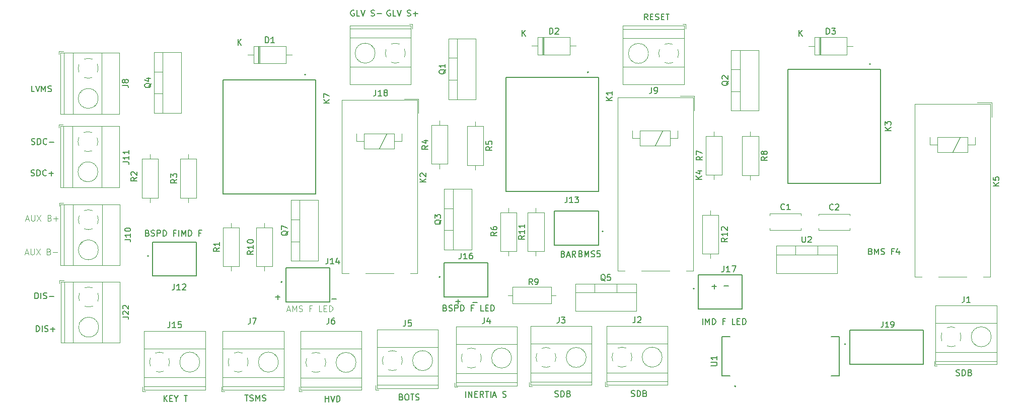
<source format=gbr>
%TF.GenerationSoftware,KiCad,Pcbnew,7.0.5*%
%TF.CreationDate,2024-01-10T23:37:06+05:30*%
%TF.ProjectId,Shutdown Circuit,53687574-646f-4776-9e20-436972637569,rev?*%
%TF.SameCoordinates,Original*%
%TF.FileFunction,Legend,Top*%
%TF.FilePolarity,Positive*%
%FSLAX46Y46*%
G04 Gerber Fmt 4.6, Leading zero omitted, Abs format (unit mm)*
G04 Created by KiCad (PCBNEW 7.0.5) date 2024-01-10 23:37:06*
%MOMM*%
%LPD*%
G01*
G04 APERTURE LIST*
%ADD10C,0.150000*%
%ADD11C,0.100000*%
%ADD12C,0.120000*%
%ADD13C,0.127000*%
%ADD14C,0.200000*%
G04 APERTURE END LIST*
D10*
X107900379Y-73902466D02*
X108662284Y-73902466D01*
X108281331Y-74283419D02*
X108281331Y-73521514D01*
X98714112Y-89973209D02*
X98856969Y-90020828D01*
X98856969Y-90020828D02*
X98904588Y-90068447D01*
X98904588Y-90068447D02*
X98952207Y-90163685D01*
X98952207Y-90163685D02*
X98952207Y-90306542D01*
X98952207Y-90306542D02*
X98904588Y-90401780D01*
X98904588Y-90401780D02*
X98856969Y-90449400D01*
X98856969Y-90449400D02*
X98761731Y-90497019D01*
X98761731Y-90497019D02*
X98380779Y-90497019D01*
X98380779Y-90497019D02*
X98380779Y-89497019D01*
X98380779Y-89497019D02*
X98714112Y-89497019D01*
X98714112Y-89497019D02*
X98809350Y-89544638D01*
X98809350Y-89544638D02*
X98856969Y-89592257D01*
X98856969Y-89592257D02*
X98904588Y-89687495D01*
X98904588Y-89687495D02*
X98904588Y-89782733D01*
X98904588Y-89782733D02*
X98856969Y-89877971D01*
X98856969Y-89877971D02*
X98809350Y-89925590D01*
X98809350Y-89925590D02*
X98714112Y-89973209D01*
X98714112Y-89973209D02*
X98380779Y-89973209D01*
X99571255Y-89497019D02*
X99761731Y-89497019D01*
X99761731Y-89497019D02*
X99856969Y-89544638D01*
X99856969Y-89544638D02*
X99952207Y-89639876D01*
X99952207Y-89639876D02*
X99999826Y-89830352D01*
X99999826Y-89830352D02*
X99999826Y-90163685D01*
X99999826Y-90163685D02*
X99952207Y-90354161D01*
X99952207Y-90354161D02*
X99856969Y-90449400D01*
X99856969Y-90449400D02*
X99761731Y-90497019D01*
X99761731Y-90497019D02*
X99571255Y-90497019D01*
X99571255Y-90497019D02*
X99476017Y-90449400D01*
X99476017Y-90449400D02*
X99380779Y-90354161D01*
X99380779Y-90354161D02*
X99333160Y-90163685D01*
X99333160Y-90163685D02*
X99333160Y-89830352D01*
X99333160Y-89830352D02*
X99380779Y-89639876D01*
X99380779Y-89639876D02*
X99476017Y-89544638D01*
X99476017Y-89544638D02*
X99571255Y-89497019D01*
X100285541Y-89497019D02*
X100856969Y-89497019D01*
X100571255Y-90497019D02*
X100571255Y-89497019D01*
X101142684Y-90449400D02*
X101285541Y-90497019D01*
X101285541Y-90497019D02*
X101523636Y-90497019D01*
X101523636Y-90497019D02*
X101618874Y-90449400D01*
X101618874Y-90449400D02*
X101666493Y-90401780D01*
X101666493Y-90401780D02*
X101714112Y-90306542D01*
X101714112Y-90306542D02*
X101714112Y-90211304D01*
X101714112Y-90211304D02*
X101666493Y-90116066D01*
X101666493Y-90116066D02*
X101618874Y-90068447D01*
X101618874Y-90068447D02*
X101523636Y-90020828D01*
X101523636Y-90020828D02*
X101333160Y-89973209D01*
X101333160Y-89973209D02*
X101237922Y-89925590D01*
X101237922Y-89925590D02*
X101190303Y-89877971D01*
X101190303Y-89877971D02*
X101142684Y-89782733D01*
X101142684Y-89782733D02*
X101142684Y-89687495D01*
X101142684Y-89687495D02*
X101190303Y-89592257D01*
X101190303Y-89592257D02*
X101237922Y-89544638D01*
X101237922Y-89544638D02*
X101333160Y-89497019D01*
X101333160Y-89497019D02*
X101571255Y-89497019D01*
X101571255Y-89497019D02*
X101714112Y-89544638D01*
X106100112Y-74953409D02*
X106242969Y-75001028D01*
X106242969Y-75001028D02*
X106290588Y-75048647D01*
X106290588Y-75048647D02*
X106338207Y-75143885D01*
X106338207Y-75143885D02*
X106338207Y-75286742D01*
X106338207Y-75286742D02*
X106290588Y-75381980D01*
X106290588Y-75381980D02*
X106242969Y-75429600D01*
X106242969Y-75429600D02*
X106147731Y-75477219D01*
X106147731Y-75477219D02*
X105766779Y-75477219D01*
X105766779Y-75477219D02*
X105766779Y-74477219D01*
X105766779Y-74477219D02*
X106100112Y-74477219D01*
X106100112Y-74477219D02*
X106195350Y-74524838D01*
X106195350Y-74524838D02*
X106242969Y-74572457D01*
X106242969Y-74572457D02*
X106290588Y-74667695D01*
X106290588Y-74667695D02*
X106290588Y-74762933D01*
X106290588Y-74762933D02*
X106242969Y-74858171D01*
X106242969Y-74858171D02*
X106195350Y-74905790D01*
X106195350Y-74905790D02*
X106100112Y-74953409D01*
X106100112Y-74953409D02*
X105766779Y-74953409D01*
X106719160Y-75429600D02*
X106862017Y-75477219D01*
X106862017Y-75477219D02*
X107100112Y-75477219D01*
X107100112Y-75477219D02*
X107195350Y-75429600D01*
X107195350Y-75429600D02*
X107242969Y-75381980D01*
X107242969Y-75381980D02*
X107290588Y-75286742D01*
X107290588Y-75286742D02*
X107290588Y-75191504D01*
X107290588Y-75191504D02*
X107242969Y-75096266D01*
X107242969Y-75096266D02*
X107195350Y-75048647D01*
X107195350Y-75048647D02*
X107100112Y-75001028D01*
X107100112Y-75001028D02*
X106909636Y-74953409D01*
X106909636Y-74953409D02*
X106814398Y-74905790D01*
X106814398Y-74905790D02*
X106766779Y-74858171D01*
X106766779Y-74858171D02*
X106719160Y-74762933D01*
X106719160Y-74762933D02*
X106719160Y-74667695D01*
X106719160Y-74667695D02*
X106766779Y-74572457D01*
X106766779Y-74572457D02*
X106814398Y-74524838D01*
X106814398Y-74524838D02*
X106909636Y-74477219D01*
X106909636Y-74477219D02*
X107147731Y-74477219D01*
X107147731Y-74477219D02*
X107290588Y-74524838D01*
X107719160Y-75477219D02*
X107719160Y-74477219D01*
X107719160Y-74477219D02*
X108100112Y-74477219D01*
X108100112Y-74477219D02*
X108195350Y-74524838D01*
X108195350Y-74524838D02*
X108242969Y-74572457D01*
X108242969Y-74572457D02*
X108290588Y-74667695D01*
X108290588Y-74667695D02*
X108290588Y-74810552D01*
X108290588Y-74810552D02*
X108242969Y-74905790D01*
X108242969Y-74905790D02*
X108195350Y-74953409D01*
X108195350Y-74953409D02*
X108100112Y-75001028D01*
X108100112Y-75001028D02*
X107719160Y-75001028D01*
X108719160Y-75477219D02*
X108719160Y-74477219D01*
X108719160Y-74477219D02*
X108957255Y-74477219D01*
X108957255Y-74477219D02*
X109100112Y-74524838D01*
X109100112Y-74524838D02*
X109195350Y-74620076D01*
X109195350Y-74620076D02*
X109242969Y-74715314D01*
X109242969Y-74715314D02*
X109290588Y-74905790D01*
X109290588Y-74905790D02*
X109290588Y-75048647D01*
X109290588Y-75048647D02*
X109242969Y-75239123D01*
X109242969Y-75239123D02*
X109195350Y-75334361D01*
X109195350Y-75334361D02*
X109100112Y-75429600D01*
X109100112Y-75429600D02*
X108957255Y-75477219D01*
X108957255Y-75477219D02*
X108719160Y-75477219D01*
X110814398Y-74953409D02*
X110481065Y-74953409D01*
X110481065Y-75477219D02*
X110481065Y-74477219D01*
X110481065Y-74477219D02*
X110957255Y-74477219D01*
X112576303Y-75477219D02*
X112100113Y-75477219D01*
X112100113Y-75477219D02*
X112100113Y-74477219D01*
X112909637Y-74953409D02*
X113242970Y-74953409D01*
X113385827Y-75477219D02*
X112909637Y-75477219D01*
X112909637Y-75477219D02*
X112909637Y-74477219D01*
X112909637Y-74477219D02*
X113385827Y-74477219D01*
X113814399Y-75477219D02*
X113814399Y-74477219D01*
X113814399Y-74477219D02*
X114052494Y-74477219D01*
X114052494Y-74477219D02*
X114195351Y-74524838D01*
X114195351Y-74524838D02*
X114290589Y-74620076D01*
X114290589Y-74620076D02*
X114338208Y-74715314D01*
X114338208Y-74715314D02*
X114385827Y-74905790D01*
X114385827Y-74905790D02*
X114385827Y-75048647D01*
X114385827Y-75048647D02*
X114338208Y-75239123D01*
X114338208Y-75239123D02*
X114290589Y-75334361D01*
X114290589Y-75334361D02*
X114195351Y-75429600D01*
X114195351Y-75429600D02*
X114052494Y-75477219D01*
X114052494Y-75477219D02*
X113814399Y-75477219D01*
X150984179Y-71370866D02*
X151746084Y-71370866D01*
X151365131Y-71751819D02*
X151365131Y-70989914D01*
X36532974Y-47379598D02*
X36675831Y-47427217D01*
X36675831Y-47427217D02*
X36913926Y-47427217D01*
X36913926Y-47427217D02*
X37009164Y-47379598D01*
X37009164Y-47379598D02*
X37056783Y-47331978D01*
X37056783Y-47331978D02*
X37104402Y-47236740D01*
X37104402Y-47236740D02*
X37104402Y-47141502D01*
X37104402Y-47141502D02*
X37056783Y-47046264D01*
X37056783Y-47046264D02*
X37009164Y-46998645D01*
X37009164Y-46998645D02*
X36913926Y-46951026D01*
X36913926Y-46951026D02*
X36723450Y-46903407D01*
X36723450Y-46903407D02*
X36628212Y-46855788D01*
X36628212Y-46855788D02*
X36580593Y-46808169D01*
X36580593Y-46808169D02*
X36532974Y-46712931D01*
X36532974Y-46712931D02*
X36532974Y-46617693D01*
X36532974Y-46617693D02*
X36580593Y-46522455D01*
X36580593Y-46522455D02*
X36628212Y-46474836D01*
X36628212Y-46474836D02*
X36723450Y-46427217D01*
X36723450Y-46427217D02*
X36961545Y-46427217D01*
X36961545Y-46427217D02*
X37104402Y-46474836D01*
X37532974Y-47427217D02*
X37532974Y-46427217D01*
X37532974Y-46427217D02*
X37771069Y-46427217D01*
X37771069Y-46427217D02*
X37913926Y-46474836D01*
X37913926Y-46474836D02*
X38009164Y-46570074D01*
X38009164Y-46570074D02*
X38056783Y-46665312D01*
X38056783Y-46665312D02*
X38104402Y-46855788D01*
X38104402Y-46855788D02*
X38104402Y-46998645D01*
X38104402Y-46998645D02*
X38056783Y-47189121D01*
X38056783Y-47189121D02*
X38009164Y-47284359D01*
X38009164Y-47284359D02*
X37913926Y-47379598D01*
X37913926Y-47379598D02*
X37771069Y-47427217D01*
X37771069Y-47427217D02*
X37532974Y-47427217D01*
X39104402Y-47331978D02*
X39056783Y-47379598D01*
X39056783Y-47379598D02*
X38913926Y-47427217D01*
X38913926Y-47427217D02*
X38818688Y-47427217D01*
X38818688Y-47427217D02*
X38675831Y-47379598D01*
X38675831Y-47379598D02*
X38580593Y-47284359D01*
X38580593Y-47284359D02*
X38532974Y-47189121D01*
X38532974Y-47189121D02*
X38485355Y-46998645D01*
X38485355Y-46998645D02*
X38485355Y-46855788D01*
X38485355Y-46855788D02*
X38532974Y-46665312D01*
X38532974Y-46665312D02*
X38580593Y-46570074D01*
X38580593Y-46570074D02*
X38675831Y-46474836D01*
X38675831Y-46474836D02*
X38818688Y-46427217D01*
X38818688Y-46427217D02*
X38913926Y-46427217D01*
X38913926Y-46427217D02*
X39056783Y-46474836D01*
X39056783Y-46474836D02*
X39104402Y-46522455D01*
X39532974Y-47046264D02*
X40294879Y-47046264D01*
X36456774Y-52654200D02*
X36599631Y-52701819D01*
X36599631Y-52701819D02*
X36837726Y-52701819D01*
X36837726Y-52701819D02*
X36932964Y-52654200D01*
X36932964Y-52654200D02*
X36980583Y-52606580D01*
X36980583Y-52606580D02*
X37028202Y-52511342D01*
X37028202Y-52511342D02*
X37028202Y-52416104D01*
X37028202Y-52416104D02*
X36980583Y-52320866D01*
X36980583Y-52320866D02*
X36932964Y-52273247D01*
X36932964Y-52273247D02*
X36837726Y-52225628D01*
X36837726Y-52225628D02*
X36647250Y-52178009D01*
X36647250Y-52178009D02*
X36552012Y-52130390D01*
X36552012Y-52130390D02*
X36504393Y-52082771D01*
X36504393Y-52082771D02*
X36456774Y-51987533D01*
X36456774Y-51987533D02*
X36456774Y-51892295D01*
X36456774Y-51892295D02*
X36504393Y-51797057D01*
X36504393Y-51797057D02*
X36552012Y-51749438D01*
X36552012Y-51749438D02*
X36647250Y-51701819D01*
X36647250Y-51701819D02*
X36885345Y-51701819D01*
X36885345Y-51701819D02*
X37028202Y-51749438D01*
X37456774Y-52701819D02*
X37456774Y-51701819D01*
X37456774Y-51701819D02*
X37694869Y-51701819D01*
X37694869Y-51701819D02*
X37837726Y-51749438D01*
X37837726Y-51749438D02*
X37932964Y-51844676D01*
X37932964Y-51844676D02*
X37980583Y-51939914D01*
X37980583Y-51939914D02*
X38028202Y-52130390D01*
X38028202Y-52130390D02*
X38028202Y-52273247D01*
X38028202Y-52273247D02*
X37980583Y-52463723D01*
X37980583Y-52463723D02*
X37932964Y-52558961D01*
X37932964Y-52558961D02*
X37837726Y-52654200D01*
X37837726Y-52654200D02*
X37694869Y-52701819D01*
X37694869Y-52701819D02*
X37456774Y-52701819D01*
X39028202Y-52606580D02*
X38980583Y-52654200D01*
X38980583Y-52654200D02*
X38837726Y-52701819D01*
X38837726Y-52701819D02*
X38742488Y-52701819D01*
X38742488Y-52701819D02*
X38599631Y-52654200D01*
X38599631Y-52654200D02*
X38504393Y-52558961D01*
X38504393Y-52558961D02*
X38456774Y-52463723D01*
X38456774Y-52463723D02*
X38409155Y-52273247D01*
X38409155Y-52273247D02*
X38409155Y-52130390D01*
X38409155Y-52130390D02*
X38456774Y-51939914D01*
X38456774Y-51939914D02*
X38504393Y-51844676D01*
X38504393Y-51844676D02*
X38599631Y-51749438D01*
X38599631Y-51749438D02*
X38742488Y-51701819D01*
X38742488Y-51701819D02*
X38837726Y-51701819D01*
X38837726Y-51701819D02*
X38980583Y-51749438D01*
X38980583Y-51749438D02*
X39028202Y-51797057D01*
X39456774Y-52320866D02*
X40218679Y-52320866D01*
X39837726Y-52701819D02*
X39837726Y-51939914D01*
X61296779Y-62861819D02*
X61296779Y-61861819D01*
X61772969Y-62861819D02*
X61772969Y-61861819D01*
X61772969Y-61861819D02*
X62106302Y-62576104D01*
X62106302Y-62576104D02*
X62439635Y-61861819D01*
X62439635Y-61861819D02*
X62439635Y-62861819D01*
X62915826Y-62861819D02*
X62915826Y-61861819D01*
X62915826Y-61861819D02*
X63153921Y-61861819D01*
X63153921Y-61861819D02*
X63296778Y-61909438D01*
X63296778Y-61909438D02*
X63392016Y-62004676D01*
X63392016Y-62004676D02*
X63439635Y-62099914D01*
X63439635Y-62099914D02*
X63487254Y-62290390D01*
X63487254Y-62290390D02*
X63487254Y-62433247D01*
X63487254Y-62433247D02*
X63439635Y-62623723D01*
X63439635Y-62623723D02*
X63392016Y-62718961D01*
X63392016Y-62718961D02*
X63296778Y-62814200D01*
X63296778Y-62814200D02*
X63153921Y-62861819D01*
X63153921Y-62861819D02*
X62915826Y-62861819D01*
X65011064Y-62338009D02*
X64677731Y-62338009D01*
X64677731Y-62861819D02*
X64677731Y-61861819D01*
X64677731Y-61861819D02*
X65153921Y-61861819D01*
X192059160Y-86334600D02*
X192202017Y-86382219D01*
X192202017Y-86382219D02*
X192440112Y-86382219D01*
X192440112Y-86382219D02*
X192535350Y-86334600D01*
X192535350Y-86334600D02*
X192582969Y-86286980D01*
X192582969Y-86286980D02*
X192630588Y-86191742D01*
X192630588Y-86191742D02*
X192630588Y-86096504D01*
X192630588Y-86096504D02*
X192582969Y-86001266D01*
X192582969Y-86001266D02*
X192535350Y-85953647D01*
X192535350Y-85953647D02*
X192440112Y-85906028D01*
X192440112Y-85906028D02*
X192249636Y-85858409D01*
X192249636Y-85858409D02*
X192154398Y-85810790D01*
X192154398Y-85810790D02*
X192106779Y-85763171D01*
X192106779Y-85763171D02*
X192059160Y-85667933D01*
X192059160Y-85667933D02*
X192059160Y-85572695D01*
X192059160Y-85572695D02*
X192106779Y-85477457D01*
X192106779Y-85477457D02*
X192154398Y-85429838D01*
X192154398Y-85429838D02*
X192249636Y-85382219D01*
X192249636Y-85382219D02*
X192487731Y-85382219D01*
X192487731Y-85382219D02*
X192630588Y-85429838D01*
X193059160Y-86382219D02*
X193059160Y-85382219D01*
X193059160Y-85382219D02*
X193297255Y-85382219D01*
X193297255Y-85382219D02*
X193440112Y-85429838D01*
X193440112Y-85429838D02*
X193535350Y-85525076D01*
X193535350Y-85525076D02*
X193582969Y-85620314D01*
X193582969Y-85620314D02*
X193630588Y-85810790D01*
X193630588Y-85810790D02*
X193630588Y-85953647D01*
X193630588Y-85953647D02*
X193582969Y-86144123D01*
X193582969Y-86144123D02*
X193535350Y-86239361D01*
X193535350Y-86239361D02*
X193440112Y-86334600D01*
X193440112Y-86334600D02*
X193297255Y-86382219D01*
X193297255Y-86382219D02*
X193059160Y-86382219D01*
X194392493Y-85858409D02*
X194535350Y-85906028D01*
X194535350Y-85906028D02*
X194582969Y-85953647D01*
X194582969Y-85953647D02*
X194630588Y-86048885D01*
X194630588Y-86048885D02*
X194630588Y-86191742D01*
X194630588Y-86191742D02*
X194582969Y-86286980D01*
X194582969Y-86286980D02*
X194535350Y-86334600D01*
X194535350Y-86334600D02*
X194440112Y-86382219D01*
X194440112Y-86382219D02*
X194059160Y-86382219D01*
X194059160Y-86382219D02*
X194059160Y-85382219D01*
X194059160Y-85382219D02*
X194392493Y-85382219D01*
X194392493Y-85382219D02*
X194487731Y-85429838D01*
X194487731Y-85429838D02*
X194535350Y-85477457D01*
X194535350Y-85477457D02*
X194582969Y-85572695D01*
X194582969Y-85572695D02*
X194582969Y-85667933D01*
X194582969Y-85667933D02*
X194535350Y-85763171D01*
X194535350Y-85763171D02*
X194487731Y-85810790D01*
X194487731Y-85810790D02*
X194392493Y-85858409D01*
X194392493Y-85858409D02*
X194059160Y-85858409D01*
X56042112Y-62338009D02*
X56184969Y-62385628D01*
X56184969Y-62385628D02*
X56232588Y-62433247D01*
X56232588Y-62433247D02*
X56280207Y-62528485D01*
X56280207Y-62528485D02*
X56280207Y-62671342D01*
X56280207Y-62671342D02*
X56232588Y-62766580D01*
X56232588Y-62766580D02*
X56184969Y-62814200D01*
X56184969Y-62814200D02*
X56089731Y-62861819D01*
X56089731Y-62861819D02*
X55708779Y-62861819D01*
X55708779Y-62861819D02*
X55708779Y-61861819D01*
X55708779Y-61861819D02*
X56042112Y-61861819D01*
X56042112Y-61861819D02*
X56137350Y-61909438D01*
X56137350Y-61909438D02*
X56184969Y-61957057D01*
X56184969Y-61957057D02*
X56232588Y-62052295D01*
X56232588Y-62052295D02*
X56232588Y-62147533D01*
X56232588Y-62147533D02*
X56184969Y-62242771D01*
X56184969Y-62242771D02*
X56137350Y-62290390D01*
X56137350Y-62290390D02*
X56042112Y-62338009D01*
X56042112Y-62338009D02*
X55708779Y-62338009D01*
X56661160Y-62814200D02*
X56804017Y-62861819D01*
X56804017Y-62861819D02*
X57042112Y-62861819D01*
X57042112Y-62861819D02*
X57137350Y-62814200D01*
X57137350Y-62814200D02*
X57184969Y-62766580D01*
X57184969Y-62766580D02*
X57232588Y-62671342D01*
X57232588Y-62671342D02*
X57232588Y-62576104D01*
X57232588Y-62576104D02*
X57184969Y-62480866D01*
X57184969Y-62480866D02*
X57137350Y-62433247D01*
X57137350Y-62433247D02*
X57042112Y-62385628D01*
X57042112Y-62385628D02*
X56851636Y-62338009D01*
X56851636Y-62338009D02*
X56756398Y-62290390D01*
X56756398Y-62290390D02*
X56708779Y-62242771D01*
X56708779Y-62242771D02*
X56661160Y-62147533D01*
X56661160Y-62147533D02*
X56661160Y-62052295D01*
X56661160Y-62052295D02*
X56708779Y-61957057D01*
X56708779Y-61957057D02*
X56756398Y-61909438D01*
X56756398Y-61909438D02*
X56851636Y-61861819D01*
X56851636Y-61861819D02*
X57089731Y-61861819D01*
X57089731Y-61861819D02*
X57232588Y-61909438D01*
X57661160Y-62861819D02*
X57661160Y-61861819D01*
X57661160Y-61861819D02*
X58042112Y-61861819D01*
X58042112Y-61861819D02*
X58137350Y-61909438D01*
X58137350Y-61909438D02*
X58184969Y-61957057D01*
X58184969Y-61957057D02*
X58232588Y-62052295D01*
X58232588Y-62052295D02*
X58232588Y-62195152D01*
X58232588Y-62195152D02*
X58184969Y-62290390D01*
X58184969Y-62290390D02*
X58137350Y-62338009D01*
X58137350Y-62338009D02*
X58042112Y-62385628D01*
X58042112Y-62385628D02*
X57661160Y-62385628D01*
X58661160Y-62861819D02*
X58661160Y-61861819D01*
X58661160Y-61861819D02*
X58899255Y-61861819D01*
X58899255Y-61861819D02*
X59042112Y-61909438D01*
X59042112Y-61909438D02*
X59137350Y-62004676D01*
X59137350Y-62004676D02*
X59184969Y-62099914D01*
X59184969Y-62099914D02*
X59232588Y-62290390D01*
X59232588Y-62290390D02*
X59232588Y-62433247D01*
X59232588Y-62433247D02*
X59184969Y-62623723D01*
X59184969Y-62623723D02*
X59137350Y-62718961D01*
X59137350Y-62718961D02*
X59042112Y-62814200D01*
X59042112Y-62814200D02*
X58899255Y-62861819D01*
X58899255Y-62861819D02*
X58661160Y-62861819D01*
X60756398Y-62338009D02*
X60423065Y-62338009D01*
X60423065Y-62861819D02*
X60423065Y-61861819D01*
X60423065Y-61861819D02*
X60899255Y-61861819D01*
X96872588Y-24825438D02*
X96777350Y-24777819D01*
X96777350Y-24777819D02*
X96634493Y-24777819D01*
X96634493Y-24777819D02*
X96491636Y-24825438D01*
X96491636Y-24825438D02*
X96396398Y-24920676D01*
X96396398Y-24920676D02*
X96348779Y-25015914D01*
X96348779Y-25015914D02*
X96301160Y-25206390D01*
X96301160Y-25206390D02*
X96301160Y-25349247D01*
X96301160Y-25349247D02*
X96348779Y-25539723D01*
X96348779Y-25539723D02*
X96396398Y-25634961D01*
X96396398Y-25634961D02*
X96491636Y-25730200D01*
X96491636Y-25730200D02*
X96634493Y-25777819D01*
X96634493Y-25777819D02*
X96729731Y-25777819D01*
X96729731Y-25777819D02*
X96872588Y-25730200D01*
X96872588Y-25730200D02*
X96920207Y-25682580D01*
X96920207Y-25682580D02*
X96920207Y-25349247D01*
X96920207Y-25349247D02*
X96729731Y-25349247D01*
X97824969Y-25777819D02*
X97348779Y-25777819D01*
X97348779Y-25777819D02*
X97348779Y-24777819D01*
X98015446Y-24777819D02*
X98348779Y-25777819D01*
X98348779Y-25777819D02*
X98682112Y-24777819D01*
X99729732Y-25730200D02*
X99872589Y-25777819D01*
X99872589Y-25777819D02*
X100110684Y-25777819D01*
X100110684Y-25777819D02*
X100205922Y-25730200D01*
X100205922Y-25730200D02*
X100253541Y-25682580D01*
X100253541Y-25682580D02*
X100301160Y-25587342D01*
X100301160Y-25587342D02*
X100301160Y-25492104D01*
X100301160Y-25492104D02*
X100253541Y-25396866D01*
X100253541Y-25396866D02*
X100205922Y-25349247D01*
X100205922Y-25349247D02*
X100110684Y-25301628D01*
X100110684Y-25301628D02*
X99920208Y-25254009D01*
X99920208Y-25254009D02*
X99824970Y-25206390D01*
X99824970Y-25206390D02*
X99777351Y-25158771D01*
X99777351Y-25158771D02*
X99729732Y-25063533D01*
X99729732Y-25063533D02*
X99729732Y-24968295D01*
X99729732Y-24968295D02*
X99777351Y-24873057D01*
X99777351Y-24873057D02*
X99824970Y-24825438D01*
X99824970Y-24825438D02*
X99920208Y-24777819D01*
X99920208Y-24777819D02*
X100158303Y-24777819D01*
X100158303Y-24777819D02*
X100301160Y-24825438D01*
X100729732Y-25396866D02*
X101491637Y-25396866D01*
X101110684Y-25777819D02*
X101110684Y-25015914D01*
X58807579Y-90725619D02*
X58807579Y-89725619D01*
X59379007Y-90725619D02*
X58950436Y-90154190D01*
X59379007Y-89725619D02*
X58807579Y-90297047D01*
X59807579Y-90201809D02*
X60140912Y-90201809D01*
X60283769Y-90725619D02*
X59807579Y-90725619D01*
X59807579Y-90725619D02*
X59807579Y-89725619D01*
X59807579Y-89725619D02*
X60283769Y-89725619D01*
X60902817Y-90249428D02*
X60902817Y-90725619D01*
X60569484Y-89725619D02*
X60902817Y-90249428D01*
X60902817Y-90249428D02*
X61236150Y-89725619D01*
X62188532Y-89725619D02*
X62759960Y-89725619D01*
X62474246Y-90725619D02*
X62474246Y-89725619D01*
X37031783Y-38521817D02*
X36555593Y-38521817D01*
X36555593Y-38521817D02*
X36555593Y-37521817D01*
X37222260Y-37521817D02*
X37555593Y-38521817D01*
X37555593Y-38521817D02*
X37888926Y-37521817D01*
X38222260Y-38521817D02*
X38222260Y-37521817D01*
X38222260Y-37521817D02*
X38555593Y-38236102D01*
X38555593Y-38236102D02*
X38888926Y-37521817D01*
X38888926Y-37521817D02*
X38888926Y-38521817D01*
X39317498Y-38474198D02*
X39460355Y-38521817D01*
X39460355Y-38521817D02*
X39698450Y-38521817D01*
X39698450Y-38521817D02*
X39793688Y-38474198D01*
X39793688Y-38474198D02*
X39841307Y-38426578D01*
X39841307Y-38426578D02*
X39888926Y-38331340D01*
X39888926Y-38331340D02*
X39888926Y-38236102D01*
X39888926Y-38236102D02*
X39841307Y-38140864D01*
X39841307Y-38140864D02*
X39793688Y-38093245D01*
X39793688Y-38093245D02*
X39698450Y-38045626D01*
X39698450Y-38045626D02*
X39507974Y-37998007D01*
X39507974Y-37998007D02*
X39412736Y-37950388D01*
X39412736Y-37950388D02*
X39365117Y-37902769D01*
X39365117Y-37902769D02*
X39317498Y-37807531D01*
X39317498Y-37807531D02*
X39317498Y-37712293D01*
X39317498Y-37712293D02*
X39365117Y-37617055D01*
X39365117Y-37617055D02*
X39412736Y-37569436D01*
X39412736Y-37569436D02*
X39507974Y-37521817D01*
X39507974Y-37521817D02*
X39746069Y-37521817D01*
X39746069Y-37521817D02*
X39888926Y-37569436D01*
X149409379Y-77746219D02*
X149409379Y-76746219D01*
X149885569Y-77746219D02*
X149885569Y-76746219D01*
X149885569Y-76746219D02*
X150218902Y-77460504D01*
X150218902Y-77460504D02*
X150552235Y-76746219D01*
X150552235Y-76746219D02*
X150552235Y-77746219D01*
X151028426Y-77746219D02*
X151028426Y-76746219D01*
X151028426Y-76746219D02*
X151266521Y-76746219D01*
X151266521Y-76746219D02*
X151409378Y-76793838D01*
X151409378Y-76793838D02*
X151504616Y-76889076D01*
X151504616Y-76889076D02*
X151552235Y-76984314D01*
X151552235Y-76984314D02*
X151599854Y-77174790D01*
X151599854Y-77174790D02*
X151599854Y-77317647D01*
X151599854Y-77317647D02*
X151552235Y-77508123D01*
X151552235Y-77508123D02*
X151504616Y-77603361D01*
X151504616Y-77603361D02*
X151409378Y-77698600D01*
X151409378Y-77698600D02*
X151266521Y-77746219D01*
X151266521Y-77746219D02*
X151028426Y-77746219D01*
X153123664Y-77222409D02*
X152790331Y-77222409D01*
X152790331Y-77746219D02*
X152790331Y-76746219D01*
X152790331Y-76746219D02*
X153266521Y-76746219D01*
X154885569Y-77746219D02*
X154409379Y-77746219D01*
X154409379Y-77746219D02*
X154409379Y-76746219D01*
X155218903Y-77222409D02*
X155552236Y-77222409D01*
X155695093Y-77746219D02*
X155218903Y-77746219D01*
X155218903Y-77746219D02*
X155218903Y-76746219D01*
X155218903Y-76746219D02*
X155695093Y-76746219D01*
X156123665Y-77746219D02*
X156123665Y-76746219D01*
X156123665Y-76746219D02*
X156361760Y-76746219D01*
X156361760Y-76746219D02*
X156504617Y-76793838D01*
X156504617Y-76793838D02*
X156599855Y-76889076D01*
X156599855Y-76889076D02*
X156647474Y-76984314D01*
X156647474Y-76984314D02*
X156695093Y-77174790D01*
X156695093Y-77174790D02*
X156695093Y-77317647D01*
X156695093Y-77317647D02*
X156647474Y-77508123D01*
X156647474Y-77508123D02*
X156599855Y-77603361D01*
X156599855Y-77603361D02*
X156504617Y-77698600D01*
X156504617Y-77698600D02*
X156361760Y-77746219D01*
X156361760Y-77746219D02*
X156123665Y-77746219D01*
X124571360Y-89890600D02*
X124714217Y-89938219D01*
X124714217Y-89938219D02*
X124952312Y-89938219D01*
X124952312Y-89938219D02*
X125047550Y-89890600D01*
X125047550Y-89890600D02*
X125095169Y-89842980D01*
X125095169Y-89842980D02*
X125142788Y-89747742D01*
X125142788Y-89747742D02*
X125142788Y-89652504D01*
X125142788Y-89652504D02*
X125095169Y-89557266D01*
X125095169Y-89557266D02*
X125047550Y-89509647D01*
X125047550Y-89509647D02*
X124952312Y-89462028D01*
X124952312Y-89462028D02*
X124761836Y-89414409D01*
X124761836Y-89414409D02*
X124666598Y-89366790D01*
X124666598Y-89366790D02*
X124618979Y-89319171D01*
X124618979Y-89319171D02*
X124571360Y-89223933D01*
X124571360Y-89223933D02*
X124571360Y-89128695D01*
X124571360Y-89128695D02*
X124618979Y-89033457D01*
X124618979Y-89033457D02*
X124666598Y-88985838D01*
X124666598Y-88985838D02*
X124761836Y-88938219D01*
X124761836Y-88938219D02*
X124999931Y-88938219D01*
X124999931Y-88938219D02*
X125142788Y-88985838D01*
X125571360Y-89938219D02*
X125571360Y-88938219D01*
X125571360Y-88938219D02*
X125809455Y-88938219D01*
X125809455Y-88938219D02*
X125952312Y-88985838D01*
X125952312Y-88985838D02*
X126047550Y-89081076D01*
X126047550Y-89081076D02*
X126095169Y-89176314D01*
X126095169Y-89176314D02*
X126142788Y-89366790D01*
X126142788Y-89366790D02*
X126142788Y-89509647D01*
X126142788Y-89509647D02*
X126095169Y-89700123D01*
X126095169Y-89700123D02*
X126047550Y-89795361D01*
X126047550Y-89795361D02*
X125952312Y-89890600D01*
X125952312Y-89890600D02*
X125809455Y-89938219D01*
X125809455Y-89938219D02*
X125571360Y-89938219D01*
X126904693Y-89414409D02*
X127047550Y-89462028D01*
X127047550Y-89462028D02*
X127095169Y-89509647D01*
X127095169Y-89509647D02*
X127142788Y-89604885D01*
X127142788Y-89604885D02*
X127142788Y-89747742D01*
X127142788Y-89747742D02*
X127095169Y-89842980D01*
X127095169Y-89842980D02*
X127047550Y-89890600D01*
X127047550Y-89890600D02*
X126952312Y-89938219D01*
X126952312Y-89938219D02*
X126571360Y-89938219D01*
X126571360Y-89938219D02*
X126571360Y-88938219D01*
X126571360Y-88938219D02*
X126904693Y-88938219D01*
X126904693Y-88938219D02*
X126999931Y-88985838D01*
X126999931Y-88985838D02*
X127047550Y-89033457D01*
X127047550Y-89033457D02*
X127095169Y-89128695D01*
X127095169Y-89128695D02*
X127095169Y-89223933D01*
X127095169Y-89223933D02*
X127047550Y-89319171D01*
X127047550Y-89319171D02*
X126999931Y-89366790D01*
X126999931Y-89366790D02*
X126904693Y-89414409D01*
X126904693Y-89414409D02*
X126571360Y-89414409D01*
X177652112Y-65428409D02*
X177794969Y-65476028D01*
X177794969Y-65476028D02*
X177842588Y-65523647D01*
X177842588Y-65523647D02*
X177890207Y-65618885D01*
X177890207Y-65618885D02*
X177890207Y-65761742D01*
X177890207Y-65761742D02*
X177842588Y-65856980D01*
X177842588Y-65856980D02*
X177794969Y-65904600D01*
X177794969Y-65904600D02*
X177699731Y-65952219D01*
X177699731Y-65952219D02*
X177318779Y-65952219D01*
X177318779Y-65952219D02*
X177318779Y-64952219D01*
X177318779Y-64952219D02*
X177652112Y-64952219D01*
X177652112Y-64952219D02*
X177747350Y-64999838D01*
X177747350Y-64999838D02*
X177794969Y-65047457D01*
X177794969Y-65047457D02*
X177842588Y-65142695D01*
X177842588Y-65142695D02*
X177842588Y-65237933D01*
X177842588Y-65237933D02*
X177794969Y-65333171D01*
X177794969Y-65333171D02*
X177747350Y-65380790D01*
X177747350Y-65380790D02*
X177652112Y-65428409D01*
X177652112Y-65428409D02*
X177318779Y-65428409D01*
X178318779Y-65952219D02*
X178318779Y-64952219D01*
X178318779Y-64952219D02*
X178652112Y-65666504D01*
X178652112Y-65666504D02*
X178985445Y-64952219D01*
X178985445Y-64952219D02*
X178985445Y-65952219D01*
X179414017Y-65904600D02*
X179556874Y-65952219D01*
X179556874Y-65952219D02*
X179794969Y-65952219D01*
X179794969Y-65952219D02*
X179890207Y-65904600D01*
X179890207Y-65904600D02*
X179937826Y-65856980D01*
X179937826Y-65856980D02*
X179985445Y-65761742D01*
X179985445Y-65761742D02*
X179985445Y-65666504D01*
X179985445Y-65666504D02*
X179937826Y-65571266D01*
X179937826Y-65571266D02*
X179890207Y-65523647D01*
X179890207Y-65523647D02*
X179794969Y-65476028D01*
X179794969Y-65476028D02*
X179604493Y-65428409D01*
X179604493Y-65428409D02*
X179509255Y-65380790D01*
X179509255Y-65380790D02*
X179461636Y-65333171D01*
X179461636Y-65333171D02*
X179414017Y-65237933D01*
X179414017Y-65237933D02*
X179414017Y-65142695D01*
X179414017Y-65142695D02*
X179461636Y-65047457D01*
X179461636Y-65047457D02*
X179509255Y-64999838D01*
X179509255Y-64999838D02*
X179604493Y-64952219D01*
X179604493Y-64952219D02*
X179842588Y-64952219D01*
X179842588Y-64952219D02*
X179985445Y-64999838D01*
X181509255Y-65428409D02*
X181175922Y-65428409D01*
X181175922Y-65952219D02*
X181175922Y-64952219D01*
X181175922Y-64952219D02*
X181652112Y-64952219D01*
X182461636Y-65285552D02*
X182461636Y-65952219D01*
X182223541Y-64904600D02*
X181985446Y-65618885D01*
X181985446Y-65618885D02*
X182604493Y-65618885D01*
D11*
X79504265Y-75278704D02*
X79980455Y-75278704D01*
X79409027Y-75564419D02*
X79742360Y-74564419D01*
X79742360Y-74564419D02*
X80075693Y-75564419D01*
X80409027Y-75564419D02*
X80409027Y-74564419D01*
X80409027Y-74564419D02*
X80742360Y-75278704D01*
X80742360Y-75278704D02*
X81075693Y-74564419D01*
X81075693Y-74564419D02*
X81075693Y-75564419D01*
X81504265Y-75516800D02*
X81647122Y-75564419D01*
X81647122Y-75564419D02*
X81885217Y-75564419D01*
X81885217Y-75564419D02*
X81980455Y-75516800D01*
X81980455Y-75516800D02*
X82028074Y-75469180D01*
X82028074Y-75469180D02*
X82075693Y-75373942D01*
X82075693Y-75373942D02*
X82075693Y-75278704D01*
X82075693Y-75278704D02*
X82028074Y-75183466D01*
X82028074Y-75183466D02*
X81980455Y-75135847D01*
X81980455Y-75135847D02*
X81885217Y-75088228D01*
X81885217Y-75088228D02*
X81694741Y-75040609D01*
X81694741Y-75040609D02*
X81599503Y-74992990D01*
X81599503Y-74992990D02*
X81551884Y-74945371D01*
X81551884Y-74945371D02*
X81504265Y-74850133D01*
X81504265Y-74850133D02*
X81504265Y-74754895D01*
X81504265Y-74754895D02*
X81551884Y-74659657D01*
X81551884Y-74659657D02*
X81599503Y-74612038D01*
X81599503Y-74612038D02*
X81694741Y-74564419D01*
X81694741Y-74564419D02*
X81932836Y-74564419D01*
X81932836Y-74564419D02*
X82075693Y-74612038D01*
X83599503Y-75040609D02*
X83266170Y-75040609D01*
X83266170Y-75564419D02*
X83266170Y-74564419D01*
X83266170Y-74564419D02*
X83742360Y-74564419D01*
X85361408Y-75564419D02*
X84885218Y-75564419D01*
X84885218Y-75564419D02*
X84885218Y-74564419D01*
X85694742Y-75040609D02*
X86028075Y-75040609D01*
X86170932Y-75564419D02*
X85694742Y-75564419D01*
X85694742Y-75564419D02*
X85694742Y-74564419D01*
X85694742Y-74564419D02*
X86170932Y-74564419D01*
X86599504Y-75564419D02*
X86599504Y-74564419D01*
X86599504Y-74564419D02*
X86837599Y-74564419D01*
X86837599Y-74564419D02*
X86980456Y-74612038D01*
X86980456Y-74612038D02*
X87075694Y-74707276D01*
X87075694Y-74707276D02*
X87123313Y-74802514D01*
X87123313Y-74802514D02*
X87170932Y-74992990D01*
X87170932Y-74992990D02*
X87170932Y-75135847D01*
X87170932Y-75135847D02*
X87123313Y-75326323D01*
X87123313Y-75326323D02*
X87075694Y-75421561D01*
X87075694Y-75421561D02*
X86980456Y-75516800D01*
X86980456Y-75516800D02*
X86837599Y-75564419D01*
X86837599Y-75564419D02*
X86599504Y-75564419D01*
D10*
X72406122Y-89624019D02*
X72977550Y-89624019D01*
X72691836Y-90624019D02*
X72691836Y-89624019D01*
X73263265Y-90576400D02*
X73406122Y-90624019D01*
X73406122Y-90624019D02*
X73644217Y-90624019D01*
X73644217Y-90624019D02*
X73739455Y-90576400D01*
X73739455Y-90576400D02*
X73787074Y-90528780D01*
X73787074Y-90528780D02*
X73834693Y-90433542D01*
X73834693Y-90433542D02*
X73834693Y-90338304D01*
X73834693Y-90338304D02*
X73787074Y-90243066D01*
X73787074Y-90243066D02*
X73739455Y-90195447D01*
X73739455Y-90195447D02*
X73644217Y-90147828D01*
X73644217Y-90147828D02*
X73453741Y-90100209D01*
X73453741Y-90100209D02*
X73358503Y-90052590D01*
X73358503Y-90052590D02*
X73310884Y-90004971D01*
X73310884Y-90004971D02*
X73263265Y-89909733D01*
X73263265Y-89909733D02*
X73263265Y-89814495D01*
X73263265Y-89814495D02*
X73310884Y-89719257D01*
X73310884Y-89719257D02*
X73358503Y-89671638D01*
X73358503Y-89671638D02*
X73453741Y-89624019D01*
X73453741Y-89624019D02*
X73691836Y-89624019D01*
X73691836Y-89624019D02*
X73834693Y-89671638D01*
X74263265Y-90624019D02*
X74263265Y-89624019D01*
X74263265Y-89624019D02*
X74596598Y-90338304D01*
X74596598Y-90338304D02*
X74929931Y-89624019D01*
X74929931Y-89624019D02*
X74929931Y-90624019D01*
X75358503Y-90576400D02*
X75501360Y-90624019D01*
X75501360Y-90624019D02*
X75739455Y-90624019D01*
X75739455Y-90624019D02*
X75834693Y-90576400D01*
X75834693Y-90576400D02*
X75882312Y-90528780D01*
X75882312Y-90528780D02*
X75929931Y-90433542D01*
X75929931Y-90433542D02*
X75929931Y-90338304D01*
X75929931Y-90338304D02*
X75882312Y-90243066D01*
X75882312Y-90243066D02*
X75834693Y-90195447D01*
X75834693Y-90195447D02*
X75739455Y-90147828D01*
X75739455Y-90147828D02*
X75548979Y-90100209D01*
X75548979Y-90100209D02*
X75453741Y-90052590D01*
X75453741Y-90052590D02*
X75406122Y-90004971D01*
X75406122Y-90004971D02*
X75358503Y-89909733D01*
X75358503Y-89909733D02*
X75358503Y-89814495D01*
X75358503Y-89814495D02*
X75406122Y-89719257D01*
X75406122Y-89719257D02*
X75453741Y-89671638D01*
X75453741Y-89671638D02*
X75548979Y-89624019D01*
X75548979Y-89624019D02*
X75787074Y-89624019D01*
X75787074Y-89624019D02*
X75929931Y-89671638D01*
X137398360Y-89839800D02*
X137541217Y-89887419D01*
X137541217Y-89887419D02*
X137779312Y-89887419D01*
X137779312Y-89887419D02*
X137874550Y-89839800D01*
X137874550Y-89839800D02*
X137922169Y-89792180D01*
X137922169Y-89792180D02*
X137969788Y-89696942D01*
X137969788Y-89696942D02*
X137969788Y-89601704D01*
X137969788Y-89601704D02*
X137922169Y-89506466D01*
X137922169Y-89506466D02*
X137874550Y-89458847D01*
X137874550Y-89458847D02*
X137779312Y-89411228D01*
X137779312Y-89411228D02*
X137588836Y-89363609D01*
X137588836Y-89363609D02*
X137493598Y-89315990D01*
X137493598Y-89315990D02*
X137445979Y-89268371D01*
X137445979Y-89268371D02*
X137398360Y-89173133D01*
X137398360Y-89173133D02*
X137398360Y-89077895D01*
X137398360Y-89077895D02*
X137445979Y-88982657D01*
X137445979Y-88982657D02*
X137493598Y-88935038D01*
X137493598Y-88935038D02*
X137588836Y-88887419D01*
X137588836Y-88887419D02*
X137826931Y-88887419D01*
X137826931Y-88887419D02*
X137969788Y-88935038D01*
X138398360Y-89887419D02*
X138398360Y-88887419D01*
X138398360Y-88887419D02*
X138636455Y-88887419D01*
X138636455Y-88887419D02*
X138779312Y-88935038D01*
X138779312Y-88935038D02*
X138874550Y-89030276D01*
X138874550Y-89030276D02*
X138922169Y-89125514D01*
X138922169Y-89125514D02*
X138969788Y-89315990D01*
X138969788Y-89315990D02*
X138969788Y-89458847D01*
X138969788Y-89458847D02*
X138922169Y-89649323D01*
X138922169Y-89649323D02*
X138874550Y-89744561D01*
X138874550Y-89744561D02*
X138779312Y-89839800D01*
X138779312Y-89839800D02*
X138636455Y-89887419D01*
X138636455Y-89887419D02*
X138398360Y-89887419D01*
X139731693Y-89363609D02*
X139874550Y-89411228D01*
X139874550Y-89411228D02*
X139922169Y-89458847D01*
X139922169Y-89458847D02*
X139969788Y-89554085D01*
X139969788Y-89554085D02*
X139969788Y-89696942D01*
X139969788Y-89696942D02*
X139922169Y-89792180D01*
X139922169Y-89792180D02*
X139874550Y-89839800D01*
X139874550Y-89839800D02*
X139779312Y-89887419D01*
X139779312Y-89887419D02*
X139398360Y-89887419D01*
X139398360Y-89887419D02*
X139398360Y-88887419D01*
X139398360Y-88887419D02*
X139731693Y-88887419D01*
X139731693Y-88887419D02*
X139826931Y-88935038D01*
X139826931Y-88935038D02*
X139874550Y-88982657D01*
X139874550Y-88982657D02*
X139922169Y-89077895D01*
X139922169Y-89077895D02*
X139922169Y-89173133D01*
X139922169Y-89173133D02*
X139874550Y-89268371D01*
X139874550Y-89268371D02*
X139826931Y-89315990D01*
X139826931Y-89315990D02*
X139731693Y-89363609D01*
X139731693Y-89363609D02*
X139398360Y-89363609D01*
X37113993Y-73411417D02*
X37113993Y-72411417D01*
X37113993Y-72411417D02*
X37352088Y-72411417D01*
X37352088Y-72411417D02*
X37494945Y-72459036D01*
X37494945Y-72459036D02*
X37590183Y-72554274D01*
X37590183Y-72554274D02*
X37637802Y-72649512D01*
X37637802Y-72649512D02*
X37685421Y-72839988D01*
X37685421Y-72839988D02*
X37685421Y-72982845D01*
X37685421Y-72982845D02*
X37637802Y-73173321D01*
X37637802Y-73173321D02*
X37590183Y-73268559D01*
X37590183Y-73268559D02*
X37494945Y-73363798D01*
X37494945Y-73363798D02*
X37352088Y-73411417D01*
X37352088Y-73411417D02*
X37113993Y-73411417D01*
X38113993Y-73411417D02*
X38113993Y-72411417D01*
X38542564Y-73363798D02*
X38685421Y-73411417D01*
X38685421Y-73411417D02*
X38923516Y-73411417D01*
X38923516Y-73411417D02*
X39018754Y-73363798D01*
X39018754Y-73363798D02*
X39066373Y-73316178D01*
X39066373Y-73316178D02*
X39113992Y-73220940D01*
X39113992Y-73220940D02*
X39113992Y-73125702D01*
X39113992Y-73125702D02*
X39066373Y-73030464D01*
X39066373Y-73030464D02*
X39018754Y-72982845D01*
X39018754Y-72982845D02*
X38923516Y-72935226D01*
X38923516Y-72935226D02*
X38733040Y-72887607D01*
X38733040Y-72887607D02*
X38637802Y-72839988D01*
X38637802Y-72839988D02*
X38590183Y-72792369D01*
X38590183Y-72792369D02*
X38542564Y-72697131D01*
X38542564Y-72697131D02*
X38542564Y-72601893D01*
X38542564Y-72601893D02*
X38590183Y-72506655D01*
X38590183Y-72506655D02*
X38637802Y-72459036D01*
X38637802Y-72459036D02*
X38733040Y-72411417D01*
X38733040Y-72411417D02*
X38971135Y-72411417D01*
X38971135Y-72411417D02*
X39113992Y-72459036D01*
X39542564Y-73030464D02*
X40304469Y-73030464D01*
X85934779Y-90776419D02*
X85934779Y-89776419D01*
X85934779Y-90252609D02*
X86506207Y-90252609D01*
X86506207Y-90776419D02*
X86506207Y-89776419D01*
X86839541Y-89776419D02*
X87172874Y-90776419D01*
X87172874Y-90776419D02*
X87506207Y-89776419D01*
X87839541Y-90776419D02*
X87839541Y-89776419D01*
X87839541Y-89776419D02*
X88077636Y-89776419D01*
X88077636Y-89776419D02*
X88220493Y-89824038D01*
X88220493Y-89824038D02*
X88315731Y-89919276D01*
X88315731Y-89919276D02*
X88363350Y-90014514D01*
X88363350Y-90014514D02*
X88410969Y-90204990D01*
X88410969Y-90204990D02*
X88410969Y-90347847D01*
X88410969Y-90347847D02*
X88363350Y-90538323D01*
X88363350Y-90538323D02*
X88315731Y-90633561D01*
X88315731Y-90633561D02*
X88220493Y-90728800D01*
X88220493Y-90728800D02*
X88077636Y-90776419D01*
X88077636Y-90776419D02*
X87839541Y-90776419D01*
X140176407Y-26412819D02*
X139843074Y-25936628D01*
X139604979Y-26412819D02*
X139604979Y-25412819D01*
X139604979Y-25412819D02*
X139985931Y-25412819D01*
X139985931Y-25412819D02*
X140081169Y-25460438D01*
X140081169Y-25460438D02*
X140128788Y-25508057D01*
X140128788Y-25508057D02*
X140176407Y-25603295D01*
X140176407Y-25603295D02*
X140176407Y-25746152D01*
X140176407Y-25746152D02*
X140128788Y-25841390D01*
X140128788Y-25841390D02*
X140081169Y-25889009D01*
X140081169Y-25889009D02*
X139985931Y-25936628D01*
X139985931Y-25936628D02*
X139604979Y-25936628D01*
X140604979Y-25889009D02*
X140938312Y-25889009D01*
X141081169Y-26412819D02*
X140604979Y-26412819D01*
X140604979Y-26412819D02*
X140604979Y-25412819D01*
X140604979Y-25412819D02*
X141081169Y-25412819D01*
X141462122Y-26365200D02*
X141604979Y-26412819D01*
X141604979Y-26412819D02*
X141843074Y-26412819D01*
X141843074Y-26412819D02*
X141938312Y-26365200D01*
X141938312Y-26365200D02*
X141985931Y-26317580D01*
X141985931Y-26317580D02*
X142033550Y-26222342D01*
X142033550Y-26222342D02*
X142033550Y-26127104D01*
X142033550Y-26127104D02*
X141985931Y-26031866D01*
X141985931Y-26031866D02*
X141938312Y-25984247D01*
X141938312Y-25984247D02*
X141843074Y-25936628D01*
X141843074Y-25936628D02*
X141652598Y-25889009D01*
X141652598Y-25889009D02*
X141557360Y-25841390D01*
X141557360Y-25841390D02*
X141509741Y-25793771D01*
X141509741Y-25793771D02*
X141462122Y-25698533D01*
X141462122Y-25698533D02*
X141462122Y-25603295D01*
X141462122Y-25603295D02*
X141509741Y-25508057D01*
X141509741Y-25508057D02*
X141557360Y-25460438D01*
X141557360Y-25460438D02*
X141652598Y-25412819D01*
X141652598Y-25412819D02*
X141890693Y-25412819D01*
X141890693Y-25412819D02*
X142033550Y-25460438D01*
X142462122Y-25889009D02*
X142795455Y-25889009D01*
X142938312Y-26412819D02*
X142462122Y-26412819D01*
X142462122Y-26412819D02*
X142462122Y-25412819D01*
X142462122Y-25412819D02*
X142938312Y-25412819D01*
X143224027Y-25412819D02*
X143795455Y-25412819D01*
X143509741Y-26412819D02*
X143509741Y-25412819D01*
X152990779Y-71294666D02*
X153752684Y-71294666D01*
X37317193Y-78948617D02*
X37317193Y-77948617D01*
X37317193Y-77948617D02*
X37555288Y-77948617D01*
X37555288Y-77948617D02*
X37698145Y-77996236D01*
X37698145Y-77996236D02*
X37793383Y-78091474D01*
X37793383Y-78091474D02*
X37841002Y-78186712D01*
X37841002Y-78186712D02*
X37888621Y-78377188D01*
X37888621Y-78377188D02*
X37888621Y-78520045D01*
X37888621Y-78520045D02*
X37841002Y-78710521D01*
X37841002Y-78710521D02*
X37793383Y-78805759D01*
X37793383Y-78805759D02*
X37698145Y-78900998D01*
X37698145Y-78900998D02*
X37555288Y-78948617D01*
X37555288Y-78948617D02*
X37317193Y-78948617D01*
X38317193Y-78948617D02*
X38317193Y-77948617D01*
X38745764Y-78900998D02*
X38888621Y-78948617D01*
X38888621Y-78948617D02*
X39126716Y-78948617D01*
X39126716Y-78948617D02*
X39221954Y-78900998D01*
X39221954Y-78900998D02*
X39269573Y-78853378D01*
X39269573Y-78853378D02*
X39317192Y-78758140D01*
X39317192Y-78758140D02*
X39317192Y-78662902D01*
X39317192Y-78662902D02*
X39269573Y-78567664D01*
X39269573Y-78567664D02*
X39221954Y-78520045D01*
X39221954Y-78520045D02*
X39126716Y-78472426D01*
X39126716Y-78472426D02*
X38936240Y-78424807D01*
X38936240Y-78424807D02*
X38841002Y-78377188D01*
X38841002Y-78377188D02*
X38793383Y-78329569D01*
X38793383Y-78329569D02*
X38745764Y-78234331D01*
X38745764Y-78234331D02*
X38745764Y-78139093D01*
X38745764Y-78139093D02*
X38793383Y-78043855D01*
X38793383Y-78043855D02*
X38841002Y-77996236D01*
X38841002Y-77996236D02*
X38936240Y-77948617D01*
X38936240Y-77948617D02*
X39174335Y-77948617D01*
X39174335Y-77948617D02*
X39317192Y-77996236D01*
X39745764Y-78567664D02*
X40507669Y-78567664D01*
X40126716Y-78948617D02*
X40126716Y-78186712D01*
X77552779Y-73148866D02*
X78314684Y-73148866D01*
X77933731Y-73529819D02*
X77933731Y-72767914D01*
D11*
X35484079Y-65711502D02*
X35960269Y-65711502D01*
X35388841Y-65997217D02*
X35722174Y-64997217D01*
X35722174Y-64997217D02*
X36055507Y-65997217D01*
X36388841Y-64997217D02*
X36388841Y-65806740D01*
X36388841Y-65806740D02*
X36436460Y-65901978D01*
X36436460Y-65901978D02*
X36484079Y-65949598D01*
X36484079Y-65949598D02*
X36579317Y-65997217D01*
X36579317Y-65997217D02*
X36769793Y-65997217D01*
X36769793Y-65997217D02*
X36865031Y-65949598D01*
X36865031Y-65949598D02*
X36912650Y-65901978D01*
X36912650Y-65901978D02*
X36960269Y-65806740D01*
X36960269Y-65806740D02*
X36960269Y-64997217D01*
X37341222Y-64997217D02*
X38007888Y-65997217D01*
X38007888Y-64997217D02*
X37341222Y-65997217D01*
X39484079Y-65473407D02*
X39626936Y-65521026D01*
X39626936Y-65521026D02*
X39674555Y-65568645D01*
X39674555Y-65568645D02*
X39722174Y-65663883D01*
X39722174Y-65663883D02*
X39722174Y-65806740D01*
X39722174Y-65806740D02*
X39674555Y-65901978D01*
X39674555Y-65901978D02*
X39626936Y-65949598D01*
X39626936Y-65949598D02*
X39531698Y-65997217D01*
X39531698Y-65997217D02*
X39150746Y-65997217D01*
X39150746Y-65997217D02*
X39150746Y-64997217D01*
X39150746Y-64997217D02*
X39484079Y-64997217D01*
X39484079Y-64997217D02*
X39579317Y-65044836D01*
X39579317Y-65044836D02*
X39626936Y-65092455D01*
X39626936Y-65092455D02*
X39674555Y-65187693D01*
X39674555Y-65187693D02*
X39674555Y-65282931D01*
X39674555Y-65282931D02*
X39626936Y-65378169D01*
X39626936Y-65378169D02*
X39579317Y-65425788D01*
X39579317Y-65425788D02*
X39484079Y-65473407D01*
X39484079Y-65473407D02*
X39150746Y-65473407D01*
X40150746Y-65616264D02*
X40912651Y-65616264D01*
D10*
X125942912Y-65868609D02*
X126085769Y-65916228D01*
X126085769Y-65916228D02*
X126133388Y-65963847D01*
X126133388Y-65963847D02*
X126181007Y-66059085D01*
X126181007Y-66059085D02*
X126181007Y-66201942D01*
X126181007Y-66201942D02*
X126133388Y-66297180D01*
X126133388Y-66297180D02*
X126085769Y-66344800D01*
X126085769Y-66344800D02*
X125990531Y-66392419D01*
X125990531Y-66392419D02*
X125609579Y-66392419D01*
X125609579Y-66392419D02*
X125609579Y-65392419D01*
X125609579Y-65392419D02*
X125942912Y-65392419D01*
X125942912Y-65392419D02*
X126038150Y-65440038D01*
X126038150Y-65440038D02*
X126085769Y-65487657D01*
X126085769Y-65487657D02*
X126133388Y-65582895D01*
X126133388Y-65582895D02*
X126133388Y-65678133D01*
X126133388Y-65678133D02*
X126085769Y-65773371D01*
X126085769Y-65773371D02*
X126038150Y-65820990D01*
X126038150Y-65820990D02*
X125942912Y-65868609D01*
X125942912Y-65868609D02*
X125609579Y-65868609D01*
X126561960Y-66106704D02*
X127038150Y-66106704D01*
X126466722Y-66392419D02*
X126800055Y-65392419D01*
X126800055Y-65392419D02*
X127133388Y-66392419D01*
X128038150Y-66392419D02*
X127704817Y-65916228D01*
X127466722Y-66392419D02*
X127466722Y-65392419D01*
X127466722Y-65392419D02*
X127847674Y-65392419D01*
X127847674Y-65392419D02*
X127942912Y-65440038D01*
X127942912Y-65440038D02*
X127990531Y-65487657D01*
X127990531Y-65487657D02*
X128038150Y-65582895D01*
X128038150Y-65582895D02*
X128038150Y-65725752D01*
X128038150Y-65725752D02*
X127990531Y-65820990D01*
X127990531Y-65820990D02*
X127942912Y-65868609D01*
X127942912Y-65868609D02*
X127847674Y-65916228D01*
X127847674Y-65916228D02*
X127466722Y-65916228D01*
D11*
X35585679Y-60021902D02*
X36061869Y-60021902D01*
X35490441Y-60307617D02*
X35823774Y-59307617D01*
X35823774Y-59307617D02*
X36157107Y-60307617D01*
X36490441Y-59307617D02*
X36490441Y-60117140D01*
X36490441Y-60117140D02*
X36538060Y-60212378D01*
X36538060Y-60212378D02*
X36585679Y-60259998D01*
X36585679Y-60259998D02*
X36680917Y-60307617D01*
X36680917Y-60307617D02*
X36871393Y-60307617D01*
X36871393Y-60307617D02*
X36966631Y-60259998D01*
X36966631Y-60259998D02*
X37014250Y-60212378D01*
X37014250Y-60212378D02*
X37061869Y-60117140D01*
X37061869Y-60117140D02*
X37061869Y-59307617D01*
X37442822Y-59307617D02*
X38109488Y-60307617D01*
X38109488Y-59307617D02*
X37442822Y-60307617D01*
X39585679Y-59783807D02*
X39728536Y-59831426D01*
X39728536Y-59831426D02*
X39776155Y-59879045D01*
X39776155Y-59879045D02*
X39823774Y-59974283D01*
X39823774Y-59974283D02*
X39823774Y-60117140D01*
X39823774Y-60117140D02*
X39776155Y-60212378D01*
X39776155Y-60212378D02*
X39728536Y-60259998D01*
X39728536Y-60259998D02*
X39633298Y-60307617D01*
X39633298Y-60307617D02*
X39252346Y-60307617D01*
X39252346Y-60307617D02*
X39252346Y-59307617D01*
X39252346Y-59307617D02*
X39585679Y-59307617D01*
X39585679Y-59307617D02*
X39680917Y-59355236D01*
X39680917Y-59355236D02*
X39728536Y-59402855D01*
X39728536Y-59402855D02*
X39776155Y-59498093D01*
X39776155Y-59498093D02*
X39776155Y-59593331D01*
X39776155Y-59593331D02*
X39728536Y-59688569D01*
X39728536Y-59688569D02*
X39680917Y-59736188D01*
X39680917Y-59736188D02*
X39585679Y-59783807D01*
X39585679Y-59783807D02*
X39252346Y-59783807D01*
X40252346Y-59926664D02*
X41014251Y-59926664D01*
X40633298Y-60307617D02*
X40633298Y-59545712D01*
D10*
X87069379Y-73483866D02*
X87831284Y-73483866D01*
X110719779Y-74029466D02*
X111481684Y-74029466D01*
X109556779Y-90014419D02*
X109556779Y-89014419D01*
X110032969Y-90014419D02*
X110032969Y-89014419D01*
X110032969Y-89014419D02*
X110604397Y-90014419D01*
X110604397Y-90014419D02*
X110604397Y-89014419D01*
X111080588Y-89490609D02*
X111413921Y-89490609D01*
X111556778Y-90014419D02*
X111080588Y-90014419D01*
X111080588Y-90014419D02*
X111080588Y-89014419D01*
X111080588Y-89014419D02*
X111556778Y-89014419D01*
X112556778Y-90014419D02*
X112223445Y-89538228D01*
X111985350Y-90014419D02*
X111985350Y-89014419D01*
X111985350Y-89014419D02*
X112366302Y-89014419D01*
X112366302Y-89014419D02*
X112461540Y-89062038D01*
X112461540Y-89062038D02*
X112509159Y-89109657D01*
X112509159Y-89109657D02*
X112556778Y-89204895D01*
X112556778Y-89204895D02*
X112556778Y-89347752D01*
X112556778Y-89347752D02*
X112509159Y-89442990D01*
X112509159Y-89442990D02*
X112461540Y-89490609D01*
X112461540Y-89490609D02*
X112366302Y-89538228D01*
X112366302Y-89538228D02*
X111985350Y-89538228D01*
X112842493Y-89014419D02*
X113413921Y-89014419D01*
X113128207Y-90014419D02*
X113128207Y-89014419D01*
X113747255Y-90014419D02*
X113747255Y-89014419D01*
X114175826Y-89728704D02*
X114652016Y-89728704D01*
X114080588Y-90014419D02*
X114413921Y-89014419D01*
X114413921Y-89014419D02*
X114747254Y-90014419D01*
X115794874Y-89966800D02*
X115937731Y-90014419D01*
X115937731Y-90014419D02*
X116175826Y-90014419D01*
X116175826Y-90014419D02*
X116271064Y-89966800D01*
X116271064Y-89966800D02*
X116318683Y-89919180D01*
X116318683Y-89919180D02*
X116366302Y-89823942D01*
X116366302Y-89823942D02*
X116366302Y-89728704D01*
X116366302Y-89728704D02*
X116318683Y-89633466D01*
X116318683Y-89633466D02*
X116271064Y-89585847D01*
X116271064Y-89585847D02*
X116175826Y-89538228D01*
X116175826Y-89538228D02*
X115985350Y-89490609D01*
X115985350Y-89490609D02*
X115890112Y-89442990D01*
X115890112Y-89442990D02*
X115842493Y-89395371D01*
X115842493Y-89395371D02*
X115794874Y-89300133D01*
X115794874Y-89300133D02*
X115794874Y-89204895D01*
X115794874Y-89204895D02*
X115842493Y-89109657D01*
X115842493Y-89109657D02*
X115890112Y-89062038D01*
X115890112Y-89062038D02*
X115985350Y-89014419D01*
X115985350Y-89014419D02*
X116223445Y-89014419D01*
X116223445Y-89014419D02*
X116366302Y-89062038D01*
X90776588Y-24825438D02*
X90681350Y-24777819D01*
X90681350Y-24777819D02*
X90538493Y-24777819D01*
X90538493Y-24777819D02*
X90395636Y-24825438D01*
X90395636Y-24825438D02*
X90300398Y-24920676D01*
X90300398Y-24920676D02*
X90252779Y-25015914D01*
X90252779Y-25015914D02*
X90205160Y-25206390D01*
X90205160Y-25206390D02*
X90205160Y-25349247D01*
X90205160Y-25349247D02*
X90252779Y-25539723D01*
X90252779Y-25539723D02*
X90300398Y-25634961D01*
X90300398Y-25634961D02*
X90395636Y-25730200D01*
X90395636Y-25730200D02*
X90538493Y-25777819D01*
X90538493Y-25777819D02*
X90633731Y-25777819D01*
X90633731Y-25777819D02*
X90776588Y-25730200D01*
X90776588Y-25730200D02*
X90824207Y-25682580D01*
X90824207Y-25682580D02*
X90824207Y-25349247D01*
X90824207Y-25349247D02*
X90633731Y-25349247D01*
X91728969Y-25777819D02*
X91252779Y-25777819D01*
X91252779Y-25777819D02*
X91252779Y-24777819D01*
X91919446Y-24777819D02*
X92252779Y-25777819D01*
X92252779Y-25777819D02*
X92586112Y-24777819D01*
X93633732Y-25730200D02*
X93776589Y-25777819D01*
X93776589Y-25777819D02*
X94014684Y-25777819D01*
X94014684Y-25777819D02*
X94109922Y-25730200D01*
X94109922Y-25730200D02*
X94157541Y-25682580D01*
X94157541Y-25682580D02*
X94205160Y-25587342D01*
X94205160Y-25587342D02*
X94205160Y-25492104D01*
X94205160Y-25492104D02*
X94157541Y-25396866D01*
X94157541Y-25396866D02*
X94109922Y-25349247D01*
X94109922Y-25349247D02*
X94014684Y-25301628D01*
X94014684Y-25301628D02*
X93824208Y-25254009D01*
X93824208Y-25254009D02*
X93728970Y-25206390D01*
X93728970Y-25206390D02*
X93681351Y-25158771D01*
X93681351Y-25158771D02*
X93633732Y-25063533D01*
X93633732Y-25063533D02*
X93633732Y-24968295D01*
X93633732Y-24968295D02*
X93681351Y-24873057D01*
X93681351Y-24873057D02*
X93728970Y-24825438D01*
X93728970Y-24825438D02*
X93824208Y-24777819D01*
X93824208Y-24777819D02*
X94062303Y-24777819D01*
X94062303Y-24777819D02*
X94205160Y-24825438D01*
X94633732Y-25396866D02*
X95395637Y-25396866D01*
X128914712Y-65843209D02*
X129057569Y-65890828D01*
X129057569Y-65890828D02*
X129105188Y-65938447D01*
X129105188Y-65938447D02*
X129152807Y-66033685D01*
X129152807Y-66033685D02*
X129152807Y-66176542D01*
X129152807Y-66176542D02*
X129105188Y-66271780D01*
X129105188Y-66271780D02*
X129057569Y-66319400D01*
X129057569Y-66319400D02*
X128962331Y-66367019D01*
X128962331Y-66367019D02*
X128581379Y-66367019D01*
X128581379Y-66367019D02*
X128581379Y-65367019D01*
X128581379Y-65367019D02*
X128914712Y-65367019D01*
X128914712Y-65367019D02*
X129009950Y-65414638D01*
X129009950Y-65414638D02*
X129057569Y-65462257D01*
X129057569Y-65462257D02*
X129105188Y-65557495D01*
X129105188Y-65557495D02*
X129105188Y-65652733D01*
X129105188Y-65652733D02*
X129057569Y-65747971D01*
X129057569Y-65747971D02*
X129009950Y-65795590D01*
X129009950Y-65795590D02*
X128914712Y-65843209D01*
X128914712Y-65843209D02*
X128581379Y-65843209D01*
X129581379Y-66367019D02*
X129581379Y-65367019D01*
X129581379Y-65367019D02*
X129914712Y-66081304D01*
X129914712Y-66081304D02*
X130248045Y-65367019D01*
X130248045Y-65367019D02*
X130248045Y-66367019D01*
X130676617Y-66319400D02*
X130819474Y-66367019D01*
X130819474Y-66367019D02*
X131057569Y-66367019D01*
X131057569Y-66367019D02*
X131152807Y-66319400D01*
X131152807Y-66319400D02*
X131200426Y-66271780D01*
X131200426Y-66271780D02*
X131248045Y-66176542D01*
X131248045Y-66176542D02*
X131248045Y-66081304D01*
X131248045Y-66081304D02*
X131200426Y-65986066D01*
X131200426Y-65986066D02*
X131152807Y-65938447D01*
X131152807Y-65938447D02*
X131057569Y-65890828D01*
X131057569Y-65890828D02*
X130867093Y-65843209D01*
X130867093Y-65843209D02*
X130771855Y-65795590D01*
X130771855Y-65795590D02*
X130724236Y-65747971D01*
X130724236Y-65747971D02*
X130676617Y-65652733D01*
X130676617Y-65652733D02*
X130676617Y-65557495D01*
X130676617Y-65557495D02*
X130724236Y-65462257D01*
X130724236Y-65462257D02*
X130771855Y-65414638D01*
X130771855Y-65414638D02*
X130867093Y-65367019D01*
X130867093Y-65367019D02*
X131105188Y-65367019D01*
X131105188Y-65367019D02*
X131248045Y-65414638D01*
X132152807Y-65367019D02*
X131676617Y-65367019D01*
X131676617Y-65367019D02*
X131628998Y-65843209D01*
X131628998Y-65843209D02*
X131676617Y-65795590D01*
X131676617Y-65795590D02*
X131771855Y-65747971D01*
X131771855Y-65747971D02*
X132009950Y-65747971D01*
X132009950Y-65747971D02*
X132105188Y-65795590D01*
X132105188Y-65795590D02*
X132152807Y-65843209D01*
X132152807Y-65843209D02*
X132200426Y-65938447D01*
X132200426Y-65938447D02*
X132200426Y-66176542D01*
X132200426Y-66176542D02*
X132152807Y-66271780D01*
X132152807Y-66271780D02*
X132105188Y-66319400D01*
X132105188Y-66319400D02*
X132009950Y-66367019D01*
X132009950Y-66367019D02*
X131771855Y-66367019D01*
X131771855Y-66367019D02*
X131676617Y-66319400D01*
X131676617Y-66319400D02*
X131628998Y-66271780D01*
%TO.C,C2*%
X171359533Y-58357180D02*
X171311914Y-58404800D01*
X171311914Y-58404800D02*
X171169057Y-58452419D01*
X171169057Y-58452419D02*
X171073819Y-58452419D01*
X171073819Y-58452419D02*
X170930962Y-58404800D01*
X170930962Y-58404800D02*
X170835724Y-58309561D01*
X170835724Y-58309561D02*
X170788105Y-58214323D01*
X170788105Y-58214323D02*
X170740486Y-58023847D01*
X170740486Y-58023847D02*
X170740486Y-57880990D01*
X170740486Y-57880990D02*
X170788105Y-57690514D01*
X170788105Y-57690514D02*
X170835724Y-57595276D01*
X170835724Y-57595276D02*
X170930962Y-57500038D01*
X170930962Y-57500038D02*
X171073819Y-57452419D01*
X171073819Y-57452419D02*
X171169057Y-57452419D01*
X171169057Y-57452419D02*
X171311914Y-57500038D01*
X171311914Y-57500038D02*
X171359533Y-57547657D01*
X171740486Y-57547657D02*
X171788105Y-57500038D01*
X171788105Y-57500038D02*
X171883343Y-57452419D01*
X171883343Y-57452419D02*
X172121438Y-57452419D01*
X172121438Y-57452419D02*
X172216676Y-57500038D01*
X172216676Y-57500038D02*
X172264295Y-57547657D01*
X172264295Y-57547657D02*
X172311914Y-57642895D01*
X172311914Y-57642895D02*
X172311914Y-57738133D01*
X172311914Y-57738133D02*
X172264295Y-57880990D01*
X172264295Y-57880990D02*
X171692867Y-58452419D01*
X171692867Y-58452419D02*
X172311914Y-58452419D01*
%TO.C,Q7*%
X79693657Y-62020438D02*
X79646038Y-62115676D01*
X79646038Y-62115676D02*
X79550800Y-62210914D01*
X79550800Y-62210914D02*
X79407942Y-62353771D01*
X79407942Y-62353771D02*
X79360323Y-62449009D01*
X79360323Y-62449009D02*
X79360323Y-62544247D01*
X79598419Y-62496628D02*
X79550800Y-62591866D01*
X79550800Y-62591866D02*
X79455561Y-62687104D01*
X79455561Y-62687104D02*
X79265085Y-62734723D01*
X79265085Y-62734723D02*
X78931752Y-62734723D01*
X78931752Y-62734723D02*
X78741276Y-62687104D01*
X78741276Y-62687104D02*
X78646038Y-62591866D01*
X78646038Y-62591866D02*
X78598419Y-62496628D01*
X78598419Y-62496628D02*
X78598419Y-62306152D01*
X78598419Y-62306152D02*
X78646038Y-62210914D01*
X78646038Y-62210914D02*
X78741276Y-62115676D01*
X78741276Y-62115676D02*
X78931752Y-62068057D01*
X78931752Y-62068057D02*
X79265085Y-62068057D01*
X79265085Y-62068057D02*
X79455561Y-62115676D01*
X79455561Y-62115676D02*
X79550800Y-62210914D01*
X79550800Y-62210914D02*
X79598419Y-62306152D01*
X79598419Y-62306152D02*
X79598419Y-62496628D01*
X78598419Y-61734723D02*
X78598419Y-61068057D01*
X78598419Y-61068057D02*
X79598419Y-61496628D01*
%TO.C,Q5*%
X133026161Y-70427857D02*
X132930923Y-70380238D01*
X132930923Y-70380238D02*
X132835685Y-70285000D01*
X132835685Y-70285000D02*
X132692828Y-70142142D01*
X132692828Y-70142142D02*
X132597590Y-70094523D01*
X132597590Y-70094523D02*
X132502352Y-70094523D01*
X132549971Y-70332619D02*
X132454733Y-70285000D01*
X132454733Y-70285000D02*
X132359495Y-70189761D01*
X132359495Y-70189761D02*
X132311876Y-69999285D01*
X132311876Y-69999285D02*
X132311876Y-69665952D01*
X132311876Y-69665952D02*
X132359495Y-69475476D01*
X132359495Y-69475476D02*
X132454733Y-69380238D01*
X132454733Y-69380238D02*
X132549971Y-69332619D01*
X132549971Y-69332619D02*
X132740447Y-69332619D01*
X132740447Y-69332619D02*
X132835685Y-69380238D01*
X132835685Y-69380238D02*
X132930923Y-69475476D01*
X132930923Y-69475476D02*
X132978542Y-69665952D01*
X132978542Y-69665952D02*
X132978542Y-69999285D01*
X132978542Y-69999285D02*
X132930923Y-70189761D01*
X132930923Y-70189761D02*
X132835685Y-70285000D01*
X132835685Y-70285000D02*
X132740447Y-70332619D01*
X132740447Y-70332619D02*
X132549971Y-70332619D01*
X133883304Y-69332619D02*
X133407114Y-69332619D01*
X133407114Y-69332619D02*
X133359495Y-69808809D01*
X133359495Y-69808809D02*
X133407114Y-69761190D01*
X133407114Y-69761190D02*
X133502352Y-69713571D01*
X133502352Y-69713571D02*
X133740447Y-69713571D01*
X133740447Y-69713571D02*
X133835685Y-69761190D01*
X133835685Y-69761190D02*
X133883304Y-69808809D01*
X133883304Y-69808809D02*
X133930923Y-69904047D01*
X133930923Y-69904047D02*
X133930923Y-70142142D01*
X133930923Y-70142142D02*
X133883304Y-70237380D01*
X133883304Y-70237380D02*
X133835685Y-70285000D01*
X133835685Y-70285000D02*
X133740447Y-70332619D01*
X133740447Y-70332619D02*
X133502352Y-70332619D01*
X133502352Y-70332619D02*
X133407114Y-70285000D01*
X133407114Y-70285000D02*
X133359495Y-70237380D01*
%TO.C,Q3*%
X105454457Y-60140838D02*
X105406838Y-60236076D01*
X105406838Y-60236076D02*
X105311600Y-60331314D01*
X105311600Y-60331314D02*
X105168742Y-60474171D01*
X105168742Y-60474171D02*
X105121123Y-60569409D01*
X105121123Y-60569409D02*
X105121123Y-60664647D01*
X105359219Y-60617028D02*
X105311600Y-60712266D01*
X105311600Y-60712266D02*
X105216361Y-60807504D01*
X105216361Y-60807504D02*
X105025885Y-60855123D01*
X105025885Y-60855123D02*
X104692552Y-60855123D01*
X104692552Y-60855123D02*
X104502076Y-60807504D01*
X104502076Y-60807504D02*
X104406838Y-60712266D01*
X104406838Y-60712266D02*
X104359219Y-60617028D01*
X104359219Y-60617028D02*
X104359219Y-60426552D01*
X104359219Y-60426552D02*
X104406838Y-60331314D01*
X104406838Y-60331314D02*
X104502076Y-60236076D01*
X104502076Y-60236076D02*
X104692552Y-60188457D01*
X104692552Y-60188457D02*
X105025885Y-60188457D01*
X105025885Y-60188457D02*
X105216361Y-60236076D01*
X105216361Y-60236076D02*
X105311600Y-60331314D01*
X105311600Y-60331314D02*
X105359219Y-60426552D01*
X105359219Y-60426552D02*
X105359219Y-60617028D01*
X104359219Y-59855123D02*
X104359219Y-59236076D01*
X104359219Y-59236076D02*
X104740171Y-59569409D01*
X104740171Y-59569409D02*
X104740171Y-59426552D01*
X104740171Y-59426552D02*
X104787790Y-59331314D01*
X104787790Y-59331314D02*
X104835409Y-59283695D01*
X104835409Y-59283695D02*
X104930647Y-59236076D01*
X104930647Y-59236076D02*
X105168742Y-59236076D01*
X105168742Y-59236076D02*
X105263980Y-59283695D01*
X105263980Y-59283695D02*
X105311600Y-59331314D01*
X105311600Y-59331314D02*
X105359219Y-59426552D01*
X105359219Y-59426552D02*
X105359219Y-59712266D01*
X105359219Y-59712266D02*
X105311600Y-59807504D01*
X105311600Y-59807504D02*
X105263980Y-59855123D01*
%TO.C,C1*%
X163180733Y-58331780D02*
X163133114Y-58379400D01*
X163133114Y-58379400D02*
X162990257Y-58427019D01*
X162990257Y-58427019D02*
X162895019Y-58427019D01*
X162895019Y-58427019D02*
X162752162Y-58379400D01*
X162752162Y-58379400D02*
X162656924Y-58284161D01*
X162656924Y-58284161D02*
X162609305Y-58188923D01*
X162609305Y-58188923D02*
X162561686Y-57998447D01*
X162561686Y-57998447D02*
X162561686Y-57855590D01*
X162561686Y-57855590D02*
X162609305Y-57665114D01*
X162609305Y-57665114D02*
X162656924Y-57569876D01*
X162656924Y-57569876D02*
X162752162Y-57474638D01*
X162752162Y-57474638D02*
X162895019Y-57427019D01*
X162895019Y-57427019D02*
X162990257Y-57427019D01*
X162990257Y-57427019D02*
X163133114Y-57474638D01*
X163133114Y-57474638D02*
X163180733Y-57522257D01*
X164133114Y-58427019D02*
X163561686Y-58427019D01*
X163847400Y-58427019D02*
X163847400Y-57427019D01*
X163847400Y-57427019D02*
X163752162Y-57569876D01*
X163752162Y-57569876D02*
X163656924Y-57665114D01*
X163656924Y-57665114D02*
X163561686Y-57712733D01*
%TO.C,R3*%
X60975219Y-53303466D02*
X60499028Y-53636799D01*
X60975219Y-53874894D02*
X59975219Y-53874894D01*
X59975219Y-53874894D02*
X59975219Y-53493942D01*
X59975219Y-53493942D02*
X60022838Y-53398704D01*
X60022838Y-53398704D02*
X60070457Y-53351085D01*
X60070457Y-53351085D02*
X60165695Y-53303466D01*
X60165695Y-53303466D02*
X60308552Y-53303466D01*
X60308552Y-53303466D02*
X60403790Y-53351085D01*
X60403790Y-53351085D02*
X60451409Y-53398704D01*
X60451409Y-53398704D02*
X60499028Y-53493942D01*
X60499028Y-53493942D02*
X60499028Y-53874894D01*
X59975219Y-52970132D02*
X59975219Y-52351085D01*
X59975219Y-52351085D02*
X60356171Y-52684418D01*
X60356171Y-52684418D02*
X60356171Y-52541561D01*
X60356171Y-52541561D02*
X60403790Y-52446323D01*
X60403790Y-52446323D02*
X60451409Y-52398704D01*
X60451409Y-52398704D02*
X60546647Y-52351085D01*
X60546647Y-52351085D02*
X60784742Y-52351085D01*
X60784742Y-52351085D02*
X60879980Y-52398704D01*
X60879980Y-52398704D02*
X60927600Y-52446323D01*
X60927600Y-52446323D02*
X60975219Y-52541561D01*
X60975219Y-52541561D02*
X60975219Y-52827275D01*
X60975219Y-52827275D02*
X60927600Y-52922513D01*
X60927600Y-52922513D02*
X60879980Y-52970132D01*
%TO.C,J4*%
X112717066Y-76608619D02*
X112717066Y-77322904D01*
X112717066Y-77322904D02*
X112669447Y-77465761D01*
X112669447Y-77465761D02*
X112574209Y-77561000D01*
X112574209Y-77561000D02*
X112431352Y-77608619D01*
X112431352Y-77608619D02*
X112336114Y-77608619D01*
X113621828Y-76941952D02*
X113621828Y-77608619D01*
X113383733Y-76561000D02*
X113145638Y-77275285D01*
X113145638Y-77275285D02*
X113764685Y-77275285D01*
%TO.C,J15*%
X59794876Y-77294219D02*
X59794876Y-78008504D01*
X59794876Y-78008504D02*
X59747257Y-78151361D01*
X59747257Y-78151361D02*
X59652019Y-78246600D01*
X59652019Y-78246600D02*
X59509162Y-78294219D01*
X59509162Y-78294219D02*
X59413924Y-78294219D01*
X60794876Y-78294219D02*
X60223448Y-78294219D01*
X60509162Y-78294219D02*
X60509162Y-77294219D01*
X60509162Y-77294219D02*
X60413924Y-77437076D01*
X60413924Y-77437076D02*
X60318686Y-77532314D01*
X60318686Y-77532314D02*
X60223448Y-77579933D01*
X61699638Y-77294219D02*
X61223448Y-77294219D01*
X61223448Y-77294219D02*
X61175829Y-77770409D01*
X61175829Y-77770409D02*
X61223448Y-77722790D01*
X61223448Y-77722790D02*
X61318686Y-77675171D01*
X61318686Y-77675171D02*
X61556781Y-77675171D01*
X61556781Y-77675171D02*
X61652019Y-77722790D01*
X61652019Y-77722790D02*
X61699638Y-77770409D01*
X61699638Y-77770409D02*
X61747257Y-77865647D01*
X61747257Y-77865647D02*
X61747257Y-78103742D01*
X61747257Y-78103742D02*
X61699638Y-78198980D01*
X61699638Y-78198980D02*
X61652019Y-78246600D01*
X61652019Y-78246600D02*
X61556781Y-78294219D01*
X61556781Y-78294219D02*
X61318686Y-78294219D01*
X61318686Y-78294219D02*
X61223448Y-78246600D01*
X61223448Y-78246600D02*
X61175829Y-78198980D01*
%TO.C,K1*%
X134207719Y-40015594D02*
X133207719Y-40015594D01*
X134207719Y-39444166D02*
X133636290Y-39872737D01*
X133207719Y-39444166D02*
X133779147Y-40015594D01*
X134207719Y-38491785D02*
X134207719Y-39063213D01*
X134207719Y-38777499D02*
X133207719Y-38777499D01*
X133207719Y-38777499D02*
X133350576Y-38872737D01*
X133350576Y-38872737D02*
X133445814Y-38967975D01*
X133445814Y-38967975D02*
X133493433Y-39063213D01*
%TO.C,J17*%
X152987476Y-67907819D02*
X152987476Y-68622104D01*
X152987476Y-68622104D02*
X152939857Y-68764961D01*
X152939857Y-68764961D02*
X152844619Y-68860200D01*
X152844619Y-68860200D02*
X152701762Y-68907819D01*
X152701762Y-68907819D02*
X152606524Y-68907819D01*
X153987476Y-68907819D02*
X153416048Y-68907819D01*
X153701762Y-68907819D02*
X153701762Y-67907819D01*
X153701762Y-67907819D02*
X153606524Y-68050676D01*
X153606524Y-68050676D02*
X153511286Y-68145914D01*
X153511286Y-68145914D02*
X153416048Y-68193533D01*
X154320810Y-67907819D02*
X154987476Y-67907819D01*
X154987476Y-67907819D02*
X154558905Y-68907819D01*
%TO.C,R6*%
X114805619Y-62193466D02*
X114329428Y-62526799D01*
X114805619Y-62764894D02*
X113805619Y-62764894D01*
X113805619Y-62764894D02*
X113805619Y-62383942D01*
X113805619Y-62383942D02*
X113853238Y-62288704D01*
X113853238Y-62288704D02*
X113900857Y-62241085D01*
X113900857Y-62241085D02*
X113996095Y-62193466D01*
X113996095Y-62193466D02*
X114138952Y-62193466D01*
X114138952Y-62193466D02*
X114234190Y-62241085D01*
X114234190Y-62241085D02*
X114281809Y-62288704D01*
X114281809Y-62288704D02*
X114329428Y-62383942D01*
X114329428Y-62383942D02*
X114329428Y-62764894D01*
X113805619Y-61336323D02*
X113805619Y-61526799D01*
X113805619Y-61526799D02*
X113853238Y-61622037D01*
X113853238Y-61622037D02*
X113900857Y-61669656D01*
X113900857Y-61669656D02*
X114043714Y-61764894D01*
X114043714Y-61764894D02*
X114234190Y-61812513D01*
X114234190Y-61812513D02*
X114615142Y-61812513D01*
X114615142Y-61812513D02*
X114710380Y-61764894D01*
X114710380Y-61764894D02*
X114758000Y-61717275D01*
X114758000Y-61717275D02*
X114805619Y-61622037D01*
X114805619Y-61622037D02*
X114805619Y-61431561D01*
X114805619Y-61431561D02*
X114758000Y-61336323D01*
X114758000Y-61336323D02*
X114710380Y-61288704D01*
X114710380Y-61288704D02*
X114615142Y-61241085D01*
X114615142Y-61241085D02*
X114377047Y-61241085D01*
X114377047Y-61241085D02*
X114281809Y-61288704D01*
X114281809Y-61288704D02*
X114234190Y-61336323D01*
X114234190Y-61336323D02*
X114186571Y-61431561D01*
X114186571Y-61431561D02*
X114186571Y-61622037D01*
X114186571Y-61622037D02*
X114234190Y-61717275D01*
X114234190Y-61717275D02*
X114281809Y-61764894D01*
X114281809Y-61764894D02*
X114377047Y-61812513D01*
%TO.C,J1*%
X193387466Y-73027219D02*
X193387466Y-73741504D01*
X193387466Y-73741504D02*
X193339847Y-73884361D01*
X193339847Y-73884361D02*
X193244609Y-73979600D01*
X193244609Y-73979600D02*
X193101752Y-74027219D01*
X193101752Y-74027219D02*
X193006514Y-74027219D01*
X194387466Y-74027219D02*
X193816038Y-74027219D01*
X194101752Y-74027219D02*
X194101752Y-73027219D01*
X194101752Y-73027219D02*
X194006514Y-73170076D01*
X194006514Y-73170076D02*
X193911276Y-73265314D01*
X193911276Y-73265314D02*
X193816038Y-73312933D01*
%TO.C,D2*%
X123653605Y-28804519D02*
X123653605Y-27804519D01*
X123653605Y-27804519D02*
X123891700Y-27804519D01*
X123891700Y-27804519D02*
X124034557Y-27852138D01*
X124034557Y-27852138D02*
X124129795Y-27947376D01*
X124129795Y-27947376D02*
X124177414Y-28042614D01*
X124177414Y-28042614D02*
X124225033Y-28233090D01*
X124225033Y-28233090D02*
X124225033Y-28375947D01*
X124225033Y-28375947D02*
X124177414Y-28566423D01*
X124177414Y-28566423D02*
X124129795Y-28661661D01*
X124129795Y-28661661D02*
X124034557Y-28756900D01*
X124034557Y-28756900D02*
X123891700Y-28804519D01*
X123891700Y-28804519D02*
X123653605Y-28804519D01*
X124605986Y-27899757D02*
X124653605Y-27852138D01*
X124653605Y-27852138D02*
X124748843Y-27804519D01*
X124748843Y-27804519D02*
X124986938Y-27804519D01*
X124986938Y-27804519D02*
X125082176Y-27852138D01*
X125082176Y-27852138D02*
X125129795Y-27899757D01*
X125129795Y-27899757D02*
X125177414Y-27994995D01*
X125177414Y-27994995D02*
X125177414Y-28090233D01*
X125177414Y-28090233D02*
X125129795Y-28233090D01*
X125129795Y-28233090D02*
X124558367Y-28804519D01*
X124558367Y-28804519D02*
X125177414Y-28804519D01*
X119049795Y-29174519D02*
X119049795Y-28174519D01*
X119621223Y-29174519D02*
X119192652Y-28603090D01*
X119621223Y-28174519D02*
X119049795Y-28745947D01*
%TO.C,Q2*%
X153760057Y-36722038D02*
X153712438Y-36817276D01*
X153712438Y-36817276D02*
X153617200Y-36912514D01*
X153617200Y-36912514D02*
X153474342Y-37055371D01*
X153474342Y-37055371D02*
X153426723Y-37150609D01*
X153426723Y-37150609D02*
X153426723Y-37245847D01*
X153664819Y-37198228D02*
X153617200Y-37293466D01*
X153617200Y-37293466D02*
X153521961Y-37388704D01*
X153521961Y-37388704D02*
X153331485Y-37436323D01*
X153331485Y-37436323D02*
X152998152Y-37436323D01*
X152998152Y-37436323D02*
X152807676Y-37388704D01*
X152807676Y-37388704D02*
X152712438Y-37293466D01*
X152712438Y-37293466D02*
X152664819Y-37198228D01*
X152664819Y-37198228D02*
X152664819Y-37007752D01*
X152664819Y-37007752D02*
X152712438Y-36912514D01*
X152712438Y-36912514D02*
X152807676Y-36817276D01*
X152807676Y-36817276D02*
X152998152Y-36769657D01*
X152998152Y-36769657D02*
X153331485Y-36769657D01*
X153331485Y-36769657D02*
X153521961Y-36817276D01*
X153521961Y-36817276D02*
X153617200Y-36912514D01*
X153617200Y-36912514D02*
X153664819Y-37007752D01*
X153664819Y-37007752D02*
X153664819Y-37198228D01*
X152760057Y-36388704D02*
X152712438Y-36341085D01*
X152712438Y-36341085D02*
X152664819Y-36245847D01*
X152664819Y-36245847D02*
X152664819Y-36007752D01*
X152664819Y-36007752D02*
X152712438Y-35912514D01*
X152712438Y-35912514D02*
X152760057Y-35864895D01*
X152760057Y-35864895D02*
X152855295Y-35817276D01*
X152855295Y-35817276D02*
X152950533Y-35817276D01*
X152950533Y-35817276D02*
X153093390Y-35864895D01*
X153093390Y-35864895D02*
X153664819Y-36436323D01*
X153664819Y-36436323D02*
X153664819Y-35817276D01*
%TO.C,Q4*%
X56661057Y-37103038D02*
X56613438Y-37198276D01*
X56613438Y-37198276D02*
X56518200Y-37293514D01*
X56518200Y-37293514D02*
X56375342Y-37436371D01*
X56375342Y-37436371D02*
X56327723Y-37531609D01*
X56327723Y-37531609D02*
X56327723Y-37626847D01*
X56565819Y-37579228D02*
X56518200Y-37674466D01*
X56518200Y-37674466D02*
X56422961Y-37769704D01*
X56422961Y-37769704D02*
X56232485Y-37817323D01*
X56232485Y-37817323D02*
X55899152Y-37817323D01*
X55899152Y-37817323D02*
X55708676Y-37769704D01*
X55708676Y-37769704D02*
X55613438Y-37674466D01*
X55613438Y-37674466D02*
X55565819Y-37579228D01*
X55565819Y-37579228D02*
X55565819Y-37388752D01*
X55565819Y-37388752D02*
X55613438Y-37293514D01*
X55613438Y-37293514D02*
X55708676Y-37198276D01*
X55708676Y-37198276D02*
X55899152Y-37150657D01*
X55899152Y-37150657D02*
X56232485Y-37150657D01*
X56232485Y-37150657D02*
X56422961Y-37198276D01*
X56422961Y-37198276D02*
X56518200Y-37293514D01*
X56518200Y-37293514D02*
X56565819Y-37388752D01*
X56565819Y-37388752D02*
X56565819Y-37579228D01*
X55899152Y-36293514D02*
X56565819Y-36293514D01*
X55518200Y-36531609D02*
X56232485Y-36769704D01*
X56232485Y-36769704D02*
X56232485Y-36150657D01*
%TO.C,J7*%
X73326666Y-76670819D02*
X73326666Y-77385104D01*
X73326666Y-77385104D02*
X73279047Y-77527961D01*
X73279047Y-77527961D02*
X73183809Y-77623200D01*
X73183809Y-77623200D02*
X73040952Y-77670819D01*
X73040952Y-77670819D02*
X72945714Y-77670819D01*
X73707619Y-76670819D02*
X74374285Y-76670819D01*
X74374285Y-76670819D02*
X73945714Y-77670819D01*
%TO.C,R11*%
X119446019Y-62796657D02*
X118969828Y-63129990D01*
X119446019Y-63368085D02*
X118446019Y-63368085D01*
X118446019Y-63368085D02*
X118446019Y-62987133D01*
X118446019Y-62987133D02*
X118493638Y-62891895D01*
X118493638Y-62891895D02*
X118541257Y-62844276D01*
X118541257Y-62844276D02*
X118636495Y-62796657D01*
X118636495Y-62796657D02*
X118779352Y-62796657D01*
X118779352Y-62796657D02*
X118874590Y-62844276D01*
X118874590Y-62844276D02*
X118922209Y-62891895D01*
X118922209Y-62891895D02*
X118969828Y-62987133D01*
X118969828Y-62987133D02*
X118969828Y-63368085D01*
X119446019Y-61844276D02*
X119446019Y-62415704D01*
X119446019Y-62129990D02*
X118446019Y-62129990D01*
X118446019Y-62129990D02*
X118588876Y-62225228D01*
X118588876Y-62225228D02*
X118684114Y-62320466D01*
X118684114Y-62320466D02*
X118731733Y-62415704D01*
X119446019Y-60891895D02*
X119446019Y-61463323D01*
X119446019Y-61177609D02*
X118446019Y-61177609D01*
X118446019Y-61177609D02*
X118588876Y-61272847D01*
X118588876Y-61272847D02*
X118684114Y-61368085D01*
X118684114Y-61368085D02*
X118731733Y-61463323D01*
%TO.C,J16*%
X108786076Y-65715019D02*
X108786076Y-66429304D01*
X108786076Y-66429304D02*
X108738457Y-66572161D01*
X108738457Y-66572161D02*
X108643219Y-66667400D01*
X108643219Y-66667400D02*
X108500362Y-66715019D01*
X108500362Y-66715019D02*
X108405124Y-66715019D01*
X109786076Y-66715019D02*
X109214648Y-66715019D01*
X109500362Y-66715019D02*
X109500362Y-65715019D01*
X109500362Y-65715019D02*
X109405124Y-65857876D01*
X109405124Y-65857876D02*
X109309886Y-65953114D01*
X109309886Y-65953114D02*
X109214648Y-66000733D01*
X110643219Y-65715019D02*
X110452743Y-65715019D01*
X110452743Y-65715019D02*
X110357505Y-65762638D01*
X110357505Y-65762638D02*
X110309886Y-65810257D01*
X110309886Y-65810257D02*
X110214648Y-65953114D01*
X110214648Y-65953114D02*
X110167029Y-66143590D01*
X110167029Y-66143590D02*
X110167029Y-66524542D01*
X110167029Y-66524542D02*
X110214648Y-66619780D01*
X110214648Y-66619780D02*
X110262267Y-66667400D01*
X110262267Y-66667400D02*
X110357505Y-66715019D01*
X110357505Y-66715019D02*
X110547981Y-66715019D01*
X110547981Y-66715019D02*
X110643219Y-66667400D01*
X110643219Y-66667400D02*
X110690838Y-66619780D01*
X110690838Y-66619780D02*
X110738457Y-66524542D01*
X110738457Y-66524542D02*
X110738457Y-66286447D01*
X110738457Y-66286447D02*
X110690838Y-66191209D01*
X110690838Y-66191209D02*
X110643219Y-66143590D01*
X110643219Y-66143590D02*
X110547981Y-66095971D01*
X110547981Y-66095971D02*
X110357505Y-66095971D01*
X110357505Y-66095971D02*
X110262267Y-66143590D01*
X110262267Y-66143590D02*
X110214648Y-66191209D01*
X110214648Y-66191209D02*
X110167029Y-66286447D01*
%TO.C,J11*%
X51929233Y-50373521D02*
X52643518Y-50373521D01*
X52643518Y-50373521D02*
X52786375Y-50421140D01*
X52786375Y-50421140D02*
X52881614Y-50516378D01*
X52881614Y-50516378D02*
X52929233Y-50659235D01*
X52929233Y-50659235D02*
X52929233Y-50754473D01*
X52929233Y-49373521D02*
X52929233Y-49944949D01*
X52929233Y-49659235D02*
X51929233Y-49659235D01*
X51929233Y-49659235D02*
X52072090Y-49754473D01*
X52072090Y-49754473D02*
X52167328Y-49849711D01*
X52167328Y-49849711D02*
X52214947Y-49944949D01*
X52929233Y-48421140D02*
X52929233Y-48992568D01*
X52929233Y-48706854D02*
X51929233Y-48706854D01*
X51929233Y-48706854D02*
X52072090Y-48802092D01*
X52072090Y-48802092D02*
X52167328Y-48897330D01*
X52167328Y-48897330D02*
X52214947Y-48992568D01*
%TO.C,K3*%
X181071919Y-45072994D02*
X180071919Y-45072994D01*
X181071919Y-44501566D02*
X180500490Y-44930137D01*
X180071919Y-44501566D02*
X180643347Y-45072994D01*
X180071919Y-44168232D02*
X180071919Y-43549185D01*
X180071919Y-43549185D02*
X180452871Y-43882518D01*
X180452871Y-43882518D02*
X180452871Y-43739661D01*
X180452871Y-43739661D02*
X180500490Y-43644423D01*
X180500490Y-43644423D02*
X180548109Y-43596804D01*
X180548109Y-43596804D02*
X180643347Y-43549185D01*
X180643347Y-43549185D02*
X180881442Y-43549185D01*
X180881442Y-43549185D02*
X180976680Y-43596804D01*
X180976680Y-43596804D02*
X181024300Y-43644423D01*
X181024300Y-43644423D02*
X181071919Y-43739661D01*
X181071919Y-43739661D02*
X181071919Y-44025375D01*
X181071919Y-44025375D02*
X181024300Y-44120613D01*
X181024300Y-44120613D02*
X180976680Y-44168232D01*
%TO.C,R12*%
X153548419Y-63203057D02*
X153072228Y-63536390D01*
X153548419Y-63774485D02*
X152548419Y-63774485D01*
X152548419Y-63774485D02*
X152548419Y-63393533D01*
X152548419Y-63393533D02*
X152596038Y-63298295D01*
X152596038Y-63298295D02*
X152643657Y-63250676D01*
X152643657Y-63250676D02*
X152738895Y-63203057D01*
X152738895Y-63203057D02*
X152881752Y-63203057D01*
X152881752Y-63203057D02*
X152976990Y-63250676D01*
X152976990Y-63250676D02*
X153024609Y-63298295D01*
X153024609Y-63298295D02*
X153072228Y-63393533D01*
X153072228Y-63393533D02*
X153072228Y-63774485D01*
X153548419Y-62250676D02*
X153548419Y-62822104D01*
X153548419Y-62536390D02*
X152548419Y-62536390D01*
X152548419Y-62536390D02*
X152691276Y-62631628D01*
X152691276Y-62631628D02*
X152786514Y-62726866D01*
X152786514Y-62726866D02*
X152834133Y-62822104D01*
X152643657Y-61869723D02*
X152596038Y-61822104D01*
X152596038Y-61822104D02*
X152548419Y-61726866D01*
X152548419Y-61726866D02*
X152548419Y-61488771D01*
X152548419Y-61488771D02*
X152596038Y-61393533D01*
X152596038Y-61393533D02*
X152643657Y-61345914D01*
X152643657Y-61345914D02*
X152738895Y-61298295D01*
X152738895Y-61298295D02*
X152834133Y-61298295D01*
X152834133Y-61298295D02*
X152976990Y-61345914D01*
X152976990Y-61345914D02*
X153548419Y-61917342D01*
X153548419Y-61917342D02*
X153548419Y-61298295D01*
%TO.C,J5*%
X99432866Y-77040419D02*
X99432866Y-77754704D01*
X99432866Y-77754704D02*
X99385247Y-77897561D01*
X99385247Y-77897561D02*
X99290009Y-77992800D01*
X99290009Y-77992800D02*
X99147152Y-78040419D01*
X99147152Y-78040419D02*
X99051914Y-78040419D01*
X100385247Y-77040419D02*
X99909057Y-77040419D01*
X99909057Y-77040419D02*
X99861438Y-77516609D01*
X99861438Y-77516609D02*
X99909057Y-77468990D01*
X99909057Y-77468990D02*
X100004295Y-77421371D01*
X100004295Y-77421371D02*
X100242390Y-77421371D01*
X100242390Y-77421371D02*
X100337628Y-77468990D01*
X100337628Y-77468990D02*
X100385247Y-77516609D01*
X100385247Y-77516609D02*
X100432866Y-77611847D01*
X100432866Y-77611847D02*
X100432866Y-77849942D01*
X100432866Y-77849942D02*
X100385247Y-77945180D01*
X100385247Y-77945180D02*
X100337628Y-77992800D01*
X100337628Y-77992800D02*
X100242390Y-78040419D01*
X100242390Y-78040419D02*
X100004295Y-78040419D01*
X100004295Y-78040419D02*
X99909057Y-77992800D01*
X99909057Y-77992800D02*
X99861438Y-77945180D01*
%TO.C,Q1*%
X106191057Y-34791638D02*
X106143438Y-34886876D01*
X106143438Y-34886876D02*
X106048200Y-34982114D01*
X106048200Y-34982114D02*
X105905342Y-35124971D01*
X105905342Y-35124971D02*
X105857723Y-35220209D01*
X105857723Y-35220209D02*
X105857723Y-35315447D01*
X106095819Y-35267828D02*
X106048200Y-35363066D01*
X106048200Y-35363066D02*
X105952961Y-35458304D01*
X105952961Y-35458304D02*
X105762485Y-35505923D01*
X105762485Y-35505923D02*
X105429152Y-35505923D01*
X105429152Y-35505923D02*
X105238676Y-35458304D01*
X105238676Y-35458304D02*
X105143438Y-35363066D01*
X105143438Y-35363066D02*
X105095819Y-35267828D01*
X105095819Y-35267828D02*
X105095819Y-35077352D01*
X105095819Y-35077352D02*
X105143438Y-34982114D01*
X105143438Y-34982114D02*
X105238676Y-34886876D01*
X105238676Y-34886876D02*
X105429152Y-34839257D01*
X105429152Y-34839257D02*
X105762485Y-34839257D01*
X105762485Y-34839257D02*
X105952961Y-34886876D01*
X105952961Y-34886876D02*
X106048200Y-34982114D01*
X106048200Y-34982114D02*
X106095819Y-35077352D01*
X106095819Y-35077352D02*
X106095819Y-35267828D01*
X106095819Y-33886876D02*
X106095819Y-34458304D01*
X106095819Y-34172590D02*
X105095819Y-34172590D01*
X105095819Y-34172590D02*
X105238676Y-34267828D01*
X105238676Y-34267828D02*
X105333914Y-34363066D01*
X105333914Y-34363066D02*
X105381533Y-34458304D01*
%TO.C,R8*%
X160254019Y-49493466D02*
X159777828Y-49826799D01*
X160254019Y-50064894D02*
X159254019Y-50064894D01*
X159254019Y-50064894D02*
X159254019Y-49683942D01*
X159254019Y-49683942D02*
X159301638Y-49588704D01*
X159301638Y-49588704D02*
X159349257Y-49541085D01*
X159349257Y-49541085D02*
X159444495Y-49493466D01*
X159444495Y-49493466D02*
X159587352Y-49493466D01*
X159587352Y-49493466D02*
X159682590Y-49541085D01*
X159682590Y-49541085D02*
X159730209Y-49588704D01*
X159730209Y-49588704D02*
X159777828Y-49683942D01*
X159777828Y-49683942D02*
X159777828Y-50064894D01*
X159682590Y-48922037D02*
X159634971Y-49017275D01*
X159634971Y-49017275D02*
X159587352Y-49064894D01*
X159587352Y-49064894D02*
X159492114Y-49112513D01*
X159492114Y-49112513D02*
X159444495Y-49112513D01*
X159444495Y-49112513D02*
X159349257Y-49064894D01*
X159349257Y-49064894D02*
X159301638Y-49017275D01*
X159301638Y-49017275D02*
X159254019Y-48922037D01*
X159254019Y-48922037D02*
X159254019Y-48731561D01*
X159254019Y-48731561D02*
X159301638Y-48636323D01*
X159301638Y-48636323D02*
X159349257Y-48588704D01*
X159349257Y-48588704D02*
X159444495Y-48541085D01*
X159444495Y-48541085D02*
X159492114Y-48541085D01*
X159492114Y-48541085D02*
X159587352Y-48588704D01*
X159587352Y-48588704D02*
X159634971Y-48636323D01*
X159634971Y-48636323D02*
X159682590Y-48731561D01*
X159682590Y-48731561D02*
X159682590Y-48922037D01*
X159682590Y-48922037D02*
X159730209Y-49017275D01*
X159730209Y-49017275D02*
X159777828Y-49064894D01*
X159777828Y-49064894D02*
X159873066Y-49112513D01*
X159873066Y-49112513D02*
X160063542Y-49112513D01*
X160063542Y-49112513D02*
X160158780Y-49064894D01*
X160158780Y-49064894D02*
X160206400Y-49017275D01*
X160206400Y-49017275D02*
X160254019Y-48922037D01*
X160254019Y-48922037D02*
X160254019Y-48731561D01*
X160254019Y-48731561D02*
X160206400Y-48636323D01*
X160206400Y-48636323D02*
X160158780Y-48588704D01*
X160158780Y-48588704D02*
X160063542Y-48541085D01*
X160063542Y-48541085D02*
X159873066Y-48541085D01*
X159873066Y-48541085D02*
X159777828Y-48588704D01*
X159777828Y-48588704D02*
X159730209Y-48636323D01*
X159730209Y-48636323D02*
X159682590Y-48731561D01*
%TO.C,J14*%
X86368676Y-66570019D02*
X86368676Y-67284304D01*
X86368676Y-67284304D02*
X86321057Y-67427161D01*
X86321057Y-67427161D02*
X86225819Y-67522400D01*
X86225819Y-67522400D02*
X86082962Y-67570019D01*
X86082962Y-67570019D02*
X85987724Y-67570019D01*
X87368676Y-67570019D02*
X86797248Y-67570019D01*
X87082962Y-67570019D02*
X87082962Y-66570019D01*
X87082962Y-66570019D02*
X86987724Y-66712876D01*
X86987724Y-66712876D02*
X86892486Y-66808114D01*
X86892486Y-66808114D02*
X86797248Y-66855733D01*
X88225819Y-66903352D02*
X88225819Y-67570019D01*
X87987724Y-66522400D02*
X87749629Y-67236685D01*
X87749629Y-67236685D02*
X88368676Y-67236685D01*
%TO.C,R1*%
X68163419Y-64860466D02*
X67687228Y-65193799D01*
X68163419Y-65431894D02*
X67163419Y-65431894D01*
X67163419Y-65431894D02*
X67163419Y-65050942D01*
X67163419Y-65050942D02*
X67211038Y-64955704D01*
X67211038Y-64955704D02*
X67258657Y-64908085D01*
X67258657Y-64908085D02*
X67353895Y-64860466D01*
X67353895Y-64860466D02*
X67496752Y-64860466D01*
X67496752Y-64860466D02*
X67591990Y-64908085D01*
X67591990Y-64908085D02*
X67639609Y-64955704D01*
X67639609Y-64955704D02*
X67687228Y-65050942D01*
X67687228Y-65050942D02*
X67687228Y-65431894D01*
X68163419Y-63908085D02*
X68163419Y-64479513D01*
X68163419Y-64193799D02*
X67163419Y-64193799D01*
X67163419Y-64193799D02*
X67306276Y-64289037D01*
X67306276Y-64289037D02*
X67401514Y-64384275D01*
X67401514Y-64384275D02*
X67449133Y-64479513D01*
%TO.C,K7*%
X86645419Y-40416494D02*
X85645419Y-40416494D01*
X86645419Y-39845066D02*
X86073990Y-40273637D01*
X85645419Y-39845066D02*
X86216847Y-40416494D01*
X85645419Y-39511732D02*
X85645419Y-38845066D01*
X85645419Y-38845066D02*
X86645419Y-39273637D01*
%TO.C,D3*%
X170211805Y-28829919D02*
X170211805Y-27829919D01*
X170211805Y-27829919D02*
X170449900Y-27829919D01*
X170449900Y-27829919D02*
X170592757Y-27877538D01*
X170592757Y-27877538D02*
X170687995Y-27972776D01*
X170687995Y-27972776D02*
X170735614Y-28068014D01*
X170735614Y-28068014D02*
X170783233Y-28258490D01*
X170783233Y-28258490D02*
X170783233Y-28401347D01*
X170783233Y-28401347D02*
X170735614Y-28591823D01*
X170735614Y-28591823D02*
X170687995Y-28687061D01*
X170687995Y-28687061D02*
X170592757Y-28782300D01*
X170592757Y-28782300D02*
X170449900Y-28829919D01*
X170449900Y-28829919D02*
X170211805Y-28829919D01*
X171116567Y-27829919D02*
X171735614Y-27829919D01*
X171735614Y-27829919D02*
X171402281Y-28210871D01*
X171402281Y-28210871D02*
X171545138Y-28210871D01*
X171545138Y-28210871D02*
X171640376Y-28258490D01*
X171640376Y-28258490D02*
X171687995Y-28306109D01*
X171687995Y-28306109D02*
X171735614Y-28401347D01*
X171735614Y-28401347D02*
X171735614Y-28639442D01*
X171735614Y-28639442D02*
X171687995Y-28734680D01*
X171687995Y-28734680D02*
X171640376Y-28782300D01*
X171640376Y-28782300D02*
X171545138Y-28829919D01*
X171545138Y-28829919D02*
X171259424Y-28829919D01*
X171259424Y-28829919D02*
X171164186Y-28782300D01*
X171164186Y-28782300D02*
X171116567Y-28734680D01*
X165607995Y-29199919D02*
X165607995Y-28199919D01*
X166179423Y-29199919D02*
X165750852Y-28628490D01*
X166179423Y-28199919D02*
X165607995Y-28771347D01*
%TO.C,J3*%
X125269666Y-76506819D02*
X125269666Y-77221104D01*
X125269666Y-77221104D02*
X125222047Y-77363961D01*
X125222047Y-77363961D02*
X125126809Y-77459200D01*
X125126809Y-77459200D02*
X124983952Y-77506819D01*
X124983952Y-77506819D02*
X124888714Y-77506819D01*
X125650619Y-76506819D02*
X126269666Y-76506819D01*
X126269666Y-76506819D02*
X125936333Y-76887771D01*
X125936333Y-76887771D02*
X126079190Y-76887771D01*
X126079190Y-76887771D02*
X126174428Y-76935390D01*
X126174428Y-76935390D02*
X126222047Y-76983009D01*
X126222047Y-76983009D02*
X126269666Y-77078247D01*
X126269666Y-77078247D02*
X126269666Y-77316342D01*
X126269666Y-77316342D02*
X126222047Y-77411580D01*
X126222047Y-77411580D02*
X126174428Y-77459200D01*
X126174428Y-77459200D02*
X126079190Y-77506819D01*
X126079190Y-77506819D02*
X125793476Y-77506819D01*
X125793476Y-77506819D02*
X125698238Y-77459200D01*
X125698238Y-77459200D02*
X125650619Y-77411580D01*
%TO.C,K4*%
X149273619Y-53319894D02*
X148273619Y-53319894D01*
X149273619Y-52748466D02*
X148702190Y-53177037D01*
X148273619Y-52748466D02*
X148845047Y-53319894D01*
X148606952Y-51891323D02*
X149273619Y-51891323D01*
X148226000Y-52129418D02*
X148940285Y-52367513D01*
X148940285Y-52367513D02*
X148940285Y-51748466D01*
%TO.C,J2*%
X138040866Y-76456219D02*
X138040866Y-77170504D01*
X138040866Y-77170504D02*
X137993247Y-77313361D01*
X137993247Y-77313361D02*
X137898009Y-77408600D01*
X137898009Y-77408600D02*
X137755152Y-77456219D01*
X137755152Y-77456219D02*
X137659914Y-77456219D01*
X138469438Y-76551457D02*
X138517057Y-76503838D01*
X138517057Y-76503838D02*
X138612295Y-76456219D01*
X138612295Y-76456219D02*
X138850390Y-76456219D01*
X138850390Y-76456219D02*
X138945628Y-76503838D01*
X138945628Y-76503838D02*
X138993247Y-76551457D01*
X138993247Y-76551457D02*
X139040866Y-76646695D01*
X139040866Y-76646695D02*
X139040866Y-76741933D01*
X139040866Y-76741933D02*
X138993247Y-76884790D01*
X138993247Y-76884790D02*
X138421819Y-77456219D01*
X138421819Y-77456219D02*
X139040866Y-77456219D01*
%TO.C,R7*%
X149367219Y-49468066D02*
X148891028Y-49801399D01*
X149367219Y-50039494D02*
X148367219Y-50039494D01*
X148367219Y-50039494D02*
X148367219Y-49658542D01*
X148367219Y-49658542D02*
X148414838Y-49563304D01*
X148414838Y-49563304D02*
X148462457Y-49515685D01*
X148462457Y-49515685D02*
X148557695Y-49468066D01*
X148557695Y-49468066D02*
X148700552Y-49468066D01*
X148700552Y-49468066D02*
X148795790Y-49515685D01*
X148795790Y-49515685D02*
X148843409Y-49563304D01*
X148843409Y-49563304D02*
X148891028Y-49658542D01*
X148891028Y-49658542D02*
X148891028Y-50039494D01*
X148367219Y-49134732D02*
X148367219Y-48468066D01*
X148367219Y-48468066D02*
X149367219Y-48896637D01*
%TO.C,J10*%
X52208633Y-63429121D02*
X52922918Y-63429121D01*
X52922918Y-63429121D02*
X53065775Y-63476740D01*
X53065775Y-63476740D02*
X53161014Y-63571978D01*
X53161014Y-63571978D02*
X53208633Y-63714835D01*
X53208633Y-63714835D02*
X53208633Y-63810073D01*
X53208633Y-62429121D02*
X53208633Y-63000549D01*
X53208633Y-62714835D02*
X52208633Y-62714835D01*
X52208633Y-62714835D02*
X52351490Y-62810073D01*
X52351490Y-62810073D02*
X52446728Y-62905311D01*
X52446728Y-62905311D02*
X52494347Y-63000549D01*
X52208633Y-61810073D02*
X52208633Y-61714835D01*
X52208633Y-61714835D02*
X52256252Y-61619597D01*
X52256252Y-61619597D02*
X52303871Y-61571978D01*
X52303871Y-61571978D02*
X52399109Y-61524359D01*
X52399109Y-61524359D02*
X52589585Y-61476740D01*
X52589585Y-61476740D02*
X52827680Y-61476740D01*
X52827680Y-61476740D02*
X53018156Y-61524359D01*
X53018156Y-61524359D02*
X53113394Y-61571978D01*
X53113394Y-61571978D02*
X53161014Y-61619597D01*
X53161014Y-61619597D02*
X53208633Y-61714835D01*
X53208633Y-61714835D02*
X53208633Y-61810073D01*
X53208633Y-61810073D02*
X53161014Y-61905311D01*
X53161014Y-61905311D02*
X53113394Y-61952930D01*
X53113394Y-61952930D02*
X53018156Y-62000549D01*
X53018156Y-62000549D02*
X52827680Y-62048168D01*
X52827680Y-62048168D02*
X52589585Y-62048168D01*
X52589585Y-62048168D02*
X52399109Y-62000549D01*
X52399109Y-62000549D02*
X52303871Y-61952930D01*
X52303871Y-61952930D02*
X52256252Y-61905311D01*
X52256252Y-61905311D02*
X52208633Y-61810073D01*
%TO.C,J22*%
X51864633Y-76484721D02*
X52578918Y-76484721D01*
X52578918Y-76484721D02*
X52721775Y-76532340D01*
X52721775Y-76532340D02*
X52817014Y-76627578D01*
X52817014Y-76627578D02*
X52864633Y-76770435D01*
X52864633Y-76770435D02*
X52864633Y-76865673D01*
X51959871Y-76056149D02*
X51912252Y-76008530D01*
X51912252Y-76008530D02*
X51864633Y-75913292D01*
X51864633Y-75913292D02*
X51864633Y-75675197D01*
X51864633Y-75675197D02*
X51912252Y-75579959D01*
X51912252Y-75579959D02*
X51959871Y-75532340D01*
X51959871Y-75532340D02*
X52055109Y-75484721D01*
X52055109Y-75484721D02*
X52150347Y-75484721D01*
X52150347Y-75484721D02*
X52293204Y-75532340D01*
X52293204Y-75532340D02*
X52864633Y-76103768D01*
X52864633Y-76103768D02*
X52864633Y-75484721D01*
X51959871Y-75103768D02*
X51912252Y-75056149D01*
X51912252Y-75056149D02*
X51864633Y-74960911D01*
X51864633Y-74960911D02*
X51864633Y-74722816D01*
X51864633Y-74722816D02*
X51912252Y-74627578D01*
X51912252Y-74627578D02*
X51959871Y-74579959D01*
X51959871Y-74579959D02*
X52055109Y-74532340D01*
X52055109Y-74532340D02*
X52150347Y-74532340D01*
X52150347Y-74532340D02*
X52293204Y-74579959D01*
X52293204Y-74579959D02*
X52864633Y-75151387D01*
X52864633Y-75151387D02*
X52864633Y-74532340D01*
%TO.C,U2*%
X166116095Y-62926619D02*
X166116095Y-63736142D01*
X166116095Y-63736142D02*
X166163714Y-63831380D01*
X166163714Y-63831380D02*
X166211333Y-63879000D01*
X166211333Y-63879000D02*
X166306571Y-63926619D01*
X166306571Y-63926619D02*
X166497047Y-63926619D01*
X166497047Y-63926619D02*
X166592285Y-63879000D01*
X166592285Y-63879000D02*
X166639904Y-63831380D01*
X166639904Y-63831380D02*
X166687523Y-63736142D01*
X166687523Y-63736142D02*
X166687523Y-62926619D01*
X167116095Y-63021857D02*
X167163714Y-62974238D01*
X167163714Y-62974238D02*
X167258952Y-62926619D01*
X167258952Y-62926619D02*
X167497047Y-62926619D01*
X167497047Y-62926619D02*
X167592285Y-62974238D01*
X167592285Y-62974238D02*
X167639904Y-63021857D01*
X167639904Y-63021857D02*
X167687523Y-63117095D01*
X167687523Y-63117095D02*
X167687523Y-63212333D01*
X167687523Y-63212333D02*
X167639904Y-63355190D01*
X167639904Y-63355190D02*
X167068476Y-63926619D01*
X167068476Y-63926619D02*
X167687523Y-63926619D01*
%TO.C,J13*%
X126581576Y-56239019D02*
X126581576Y-56953304D01*
X126581576Y-56953304D02*
X126533957Y-57096161D01*
X126533957Y-57096161D02*
X126438719Y-57191400D01*
X126438719Y-57191400D02*
X126295862Y-57239019D01*
X126295862Y-57239019D02*
X126200624Y-57239019D01*
X127581576Y-57239019D02*
X127010148Y-57239019D01*
X127295862Y-57239019D02*
X127295862Y-56239019D01*
X127295862Y-56239019D02*
X127200624Y-56381876D01*
X127200624Y-56381876D02*
X127105386Y-56477114D01*
X127105386Y-56477114D02*
X127010148Y-56524733D01*
X127914910Y-56239019D02*
X128533957Y-56239019D01*
X128533957Y-56239019D02*
X128200624Y-56619971D01*
X128200624Y-56619971D02*
X128343481Y-56619971D01*
X128343481Y-56619971D02*
X128438719Y-56667590D01*
X128438719Y-56667590D02*
X128486338Y-56715209D01*
X128486338Y-56715209D02*
X128533957Y-56810447D01*
X128533957Y-56810447D02*
X128533957Y-57048542D01*
X128533957Y-57048542D02*
X128486338Y-57143780D01*
X128486338Y-57143780D02*
X128438719Y-57191400D01*
X128438719Y-57191400D02*
X128343481Y-57239019D01*
X128343481Y-57239019D02*
X128057767Y-57239019D01*
X128057767Y-57239019D02*
X127962529Y-57191400D01*
X127962529Y-57191400D02*
X127914910Y-57143780D01*
%TO.C,U1*%
X150829019Y-84688104D02*
X151638542Y-84688104D01*
X151638542Y-84688104D02*
X151733780Y-84640485D01*
X151733780Y-84640485D02*
X151781400Y-84592866D01*
X151781400Y-84592866D02*
X151829019Y-84497628D01*
X151829019Y-84497628D02*
X151829019Y-84307152D01*
X151829019Y-84307152D02*
X151781400Y-84211914D01*
X151781400Y-84211914D02*
X151733780Y-84164295D01*
X151733780Y-84164295D02*
X151638542Y-84116676D01*
X151638542Y-84116676D02*
X150829019Y-84116676D01*
X151829019Y-83116676D02*
X151829019Y-83688104D01*
X151829019Y-83402390D02*
X150829019Y-83402390D01*
X150829019Y-83402390D02*
X150971876Y-83497628D01*
X150971876Y-83497628D02*
X151067114Y-83592866D01*
X151067114Y-83592866D02*
X151114733Y-83688104D01*
%TO.C,J6*%
X86534666Y-76670819D02*
X86534666Y-77385104D01*
X86534666Y-77385104D02*
X86487047Y-77527961D01*
X86487047Y-77527961D02*
X86391809Y-77623200D01*
X86391809Y-77623200D02*
X86248952Y-77670819D01*
X86248952Y-77670819D02*
X86153714Y-77670819D01*
X87439428Y-76670819D02*
X87248952Y-76670819D01*
X87248952Y-76670819D02*
X87153714Y-76718438D01*
X87153714Y-76718438D02*
X87106095Y-76766057D01*
X87106095Y-76766057D02*
X87010857Y-76908914D01*
X87010857Y-76908914D02*
X86963238Y-77099390D01*
X86963238Y-77099390D02*
X86963238Y-77480342D01*
X86963238Y-77480342D02*
X87010857Y-77575580D01*
X87010857Y-77575580D02*
X87058476Y-77623200D01*
X87058476Y-77623200D02*
X87153714Y-77670819D01*
X87153714Y-77670819D02*
X87344190Y-77670819D01*
X87344190Y-77670819D02*
X87439428Y-77623200D01*
X87439428Y-77623200D02*
X87487047Y-77575580D01*
X87487047Y-77575580D02*
X87534666Y-77480342D01*
X87534666Y-77480342D02*
X87534666Y-77242247D01*
X87534666Y-77242247D02*
X87487047Y-77147009D01*
X87487047Y-77147009D02*
X87439428Y-77099390D01*
X87439428Y-77099390D02*
X87344190Y-77051771D01*
X87344190Y-77051771D02*
X87153714Y-77051771D01*
X87153714Y-77051771D02*
X87058476Y-77099390D01*
X87058476Y-77099390D02*
X87010857Y-77147009D01*
X87010857Y-77147009D02*
X86963238Y-77242247D01*
%TO.C,R4*%
X103215419Y-47613866D02*
X102739228Y-47947199D01*
X103215419Y-48185294D02*
X102215419Y-48185294D01*
X102215419Y-48185294D02*
X102215419Y-47804342D01*
X102215419Y-47804342D02*
X102263038Y-47709104D01*
X102263038Y-47709104D02*
X102310657Y-47661485D01*
X102310657Y-47661485D02*
X102405895Y-47613866D01*
X102405895Y-47613866D02*
X102548752Y-47613866D01*
X102548752Y-47613866D02*
X102643990Y-47661485D01*
X102643990Y-47661485D02*
X102691609Y-47709104D01*
X102691609Y-47709104D02*
X102739228Y-47804342D01*
X102739228Y-47804342D02*
X102739228Y-48185294D01*
X102548752Y-46756723D02*
X103215419Y-46756723D01*
X102167800Y-46994818D02*
X102882085Y-47232913D01*
X102882085Y-47232913D02*
X102882085Y-46613866D01*
%TO.C,R5*%
X113975219Y-47791666D02*
X113499028Y-48124999D01*
X113975219Y-48363094D02*
X112975219Y-48363094D01*
X112975219Y-48363094D02*
X112975219Y-47982142D01*
X112975219Y-47982142D02*
X113022838Y-47886904D01*
X113022838Y-47886904D02*
X113070457Y-47839285D01*
X113070457Y-47839285D02*
X113165695Y-47791666D01*
X113165695Y-47791666D02*
X113308552Y-47791666D01*
X113308552Y-47791666D02*
X113403790Y-47839285D01*
X113403790Y-47839285D02*
X113451409Y-47886904D01*
X113451409Y-47886904D02*
X113499028Y-47982142D01*
X113499028Y-47982142D02*
X113499028Y-48363094D01*
X112975219Y-46886904D02*
X112975219Y-47363094D01*
X112975219Y-47363094D02*
X113451409Y-47410713D01*
X113451409Y-47410713D02*
X113403790Y-47363094D01*
X113403790Y-47363094D02*
X113356171Y-47267856D01*
X113356171Y-47267856D02*
X113356171Y-47029761D01*
X113356171Y-47029761D02*
X113403790Y-46934523D01*
X113403790Y-46934523D02*
X113451409Y-46886904D01*
X113451409Y-46886904D02*
X113546647Y-46839285D01*
X113546647Y-46839285D02*
X113784742Y-46839285D01*
X113784742Y-46839285D02*
X113879980Y-46886904D01*
X113879980Y-46886904D02*
X113927600Y-46934523D01*
X113927600Y-46934523D02*
X113975219Y-47029761D01*
X113975219Y-47029761D02*
X113975219Y-47267856D01*
X113975219Y-47267856D02*
X113927600Y-47363094D01*
X113927600Y-47363094D02*
X113879980Y-47410713D01*
%TO.C,J9*%
X140819466Y-37794819D02*
X140819466Y-38509104D01*
X140819466Y-38509104D02*
X140771847Y-38651961D01*
X140771847Y-38651961D02*
X140676609Y-38747200D01*
X140676609Y-38747200D02*
X140533752Y-38794819D01*
X140533752Y-38794819D02*
X140438514Y-38794819D01*
X141343276Y-38794819D02*
X141533752Y-38794819D01*
X141533752Y-38794819D02*
X141628990Y-38747200D01*
X141628990Y-38747200D02*
X141676609Y-38699580D01*
X141676609Y-38699580D02*
X141771847Y-38556723D01*
X141771847Y-38556723D02*
X141819466Y-38366247D01*
X141819466Y-38366247D02*
X141819466Y-37985295D01*
X141819466Y-37985295D02*
X141771847Y-37890057D01*
X141771847Y-37890057D02*
X141724228Y-37842438D01*
X141724228Y-37842438D02*
X141628990Y-37794819D01*
X141628990Y-37794819D02*
X141438514Y-37794819D01*
X141438514Y-37794819D02*
X141343276Y-37842438D01*
X141343276Y-37842438D02*
X141295657Y-37890057D01*
X141295657Y-37890057D02*
X141248038Y-37985295D01*
X141248038Y-37985295D02*
X141248038Y-38223390D01*
X141248038Y-38223390D02*
X141295657Y-38318628D01*
X141295657Y-38318628D02*
X141343276Y-38366247D01*
X141343276Y-38366247D02*
X141438514Y-38413866D01*
X141438514Y-38413866D02*
X141628990Y-38413866D01*
X141628990Y-38413866D02*
X141724228Y-38366247D01*
X141724228Y-38366247D02*
X141771847Y-38318628D01*
X141771847Y-38318628D02*
X141819466Y-38223390D01*
%TO.C,J12*%
X60542176Y-70940619D02*
X60542176Y-71654904D01*
X60542176Y-71654904D02*
X60494557Y-71797761D01*
X60494557Y-71797761D02*
X60399319Y-71893000D01*
X60399319Y-71893000D02*
X60256462Y-71940619D01*
X60256462Y-71940619D02*
X60161224Y-71940619D01*
X61542176Y-71940619D02*
X60970748Y-71940619D01*
X61256462Y-71940619D02*
X61256462Y-70940619D01*
X61256462Y-70940619D02*
X61161224Y-71083476D01*
X61161224Y-71083476D02*
X61065986Y-71178714D01*
X61065986Y-71178714D02*
X60970748Y-71226333D01*
X61923129Y-71035857D02*
X61970748Y-70988238D01*
X61970748Y-70988238D02*
X62065986Y-70940619D01*
X62065986Y-70940619D02*
X62304081Y-70940619D01*
X62304081Y-70940619D02*
X62399319Y-70988238D01*
X62399319Y-70988238D02*
X62446938Y-71035857D01*
X62446938Y-71035857D02*
X62494557Y-71131095D01*
X62494557Y-71131095D02*
X62494557Y-71226333D01*
X62494557Y-71226333D02*
X62446938Y-71369190D01*
X62446938Y-71369190D02*
X61875510Y-71940619D01*
X61875510Y-71940619D02*
X62494557Y-71940619D01*
%TO.C,J19*%
X179725195Y-77267639D02*
X179725195Y-77942555D01*
X179725195Y-77942555D02*
X179680200Y-78077538D01*
X179680200Y-78077538D02*
X179590212Y-78167527D01*
X179590212Y-78167527D02*
X179455228Y-78212521D01*
X179455228Y-78212521D02*
X179365240Y-78212521D01*
X180670077Y-78212521D02*
X180130144Y-78212521D01*
X180400110Y-78212521D02*
X180400110Y-77267639D01*
X180400110Y-77267639D02*
X180310122Y-77402622D01*
X180310122Y-77402622D02*
X180220133Y-77492611D01*
X180220133Y-77492611D02*
X180130144Y-77537605D01*
X181120021Y-78212521D02*
X181299998Y-78212521D01*
X181299998Y-78212521D02*
X181389987Y-78167527D01*
X181389987Y-78167527D02*
X181434981Y-78122532D01*
X181434981Y-78122532D02*
X181524970Y-77987549D01*
X181524970Y-77987549D02*
X181569965Y-77807571D01*
X181569965Y-77807571D02*
X181569965Y-77447616D01*
X181569965Y-77447616D02*
X181524970Y-77357628D01*
X181524970Y-77357628D02*
X181479976Y-77312633D01*
X181479976Y-77312633D02*
X181389987Y-77267639D01*
X181389987Y-77267639D02*
X181210010Y-77267639D01*
X181210010Y-77267639D02*
X181120021Y-77312633D01*
X181120021Y-77312633D02*
X181075026Y-77357628D01*
X181075026Y-77357628D02*
X181030032Y-77447616D01*
X181030032Y-77447616D02*
X181030032Y-77672588D01*
X181030032Y-77672588D02*
X181075026Y-77762577D01*
X181075026Y-77762577D02*
X181120021Y-77807571D01*
X181120021Y-77807571D02*
X181210010Y-77852566D01*
X181210010Y-77852566D02*
X181389987Y-77852566D01*
X181389987Y-77852566D02*
X181479976Y-77807571D01*
X181479976Y-77807571D02*
X181524970Y-77762577D01*
X181524970Y-77762577D02*
X181569965Y-77672588D01*
%TO.C,R9*%
X120788133Y-71041419D02*
X120454800Y-70565228D01*
X120216705Y-71041419D02*
X120216705Y-70041419D01*
X120216705Y-70041419D02*
X120597657Y-70041419D01*
X120597657Y-70041419D02*
X120692895Y-70089038D01*
X120692895Y-70089038D02*
X120740514Y-70136657D01*
X120740514Y-70136657D02*
X120788133Y-70231895D01*
X120788133Y-70231895D02*
X120788133Y-70374752D01*
X120788133Y-70374752D02*
X120740514Y-70469990D01*
X120740514Y-70469990D02*
X120692895Y-70517609D01*
X120692895Y-70517609D02*
X120597657Y-70565228D01*
X120597657Y-70565228D02*
X120216705Y-70565228D01*
X121264324Y-71041419D02*
X121454800Y-71041419D01*
X121454800Y-71041419D02*
X121550038Y-70993800D01*
X121550038Y-70993800D02*
X121597657Y-70946180D01*
X121597657Y-70946180D02*
X121692895Y-70803323D01*
X121692895Y-70803323D02*
X121740514Y-70612847D01*
X121740514Y-70612847D02*
X121740514Y-70231895D01*
X121740514Y-70231895D02*
X121692895Y-70136657D01*
X121692895Y-70136657D02*
X121645276Y-70089038D01*
X121645276Y-70089038D02*
X121550038Y-70041419D01*
X121550038Y-70041419D02*
X121359562Y-70041419D01*
X121359562Y-70041419D02*
X121264324Y-70089038D01*
X121264324Y-70089038D02*
X121216705Y-70136657D01*
X121216705Y-70136657D02*
X121169086Y-70231895D01*
X121169086Y-70231895D02*
X121169086Y-70469990D01*
X121169086Y-70469990D02*
X121216705Y-70565228D01*
X121216705Y-70565228D02*
X121264324Y-70612847D01*
X121264324Y-70612847D02*
X121359562Y-70660466D01*
X121359562Y-70660466D02*
X121550038Y-70660466D01*
X121550038Y-70660466D02*
X121645276Y-70612847D01*
X121645276Y-70612847D02*
X121692895Y-70565228D01*
X121692895Y-70565228D02*
X121740514Y-70469990D01*
%TO.C,D1*%
X75868305Y-30293619D02*
X75868305Y-29293619D01*
X75868305Y-29293619D02*
X76106400Y-29293619D01*
X76106400Y-29293619D02*
X76249257Y-29341238D01*
X76249257Y-29341238D02*
X76344495Y-29436476D01*
X76344495Y-29436476D02*
X76392114Y-29531714D01*
X76392114Y-29531714D02*
X76439733Y-29722190D01*
X76439733Y-29722190D02*
X76439733Y-29865047D01*
X76439733Y-29865047D02*
X76392114Y-30055523D01*
X76392114Y-30055523D02*
X76344495Y-30150761D01*
X76344495Y-30150761D02*
X76249257Y-30246000D01*
X76249257Y-30246000D02*
X76106400Y-30293619D01*
X76106400Y-30293619D02*
X75868305Y-30293619D01*
X77392114Y-30293619D02*
X76820686Y-30293619D01*
X77106400Y-30293619D02*
X77106400Y-29293619D01*
X77106400Y-29293619D02*
X77011162Y-29436476D01*
X77011162Y-29436476D02*
X76915924Y-29531714D01*
X76915924Y-29531714D02*
X76820686Y-29579333D01*
X71264495Y-30663619D02*
X71264495Y-29663619D01*
X71835923Y-30663619D02*
X71407352Y-30092190D01*
X71835923Y-29663619D02*
X71264495Y-30235047D01*
%TO.C,K5*%
X199252919Y-54402594D02*
X198252919Y-54402594D01*
X199252919Y-53831166D02*
X198681490Y-54259737D01*
X198252919Y-53831166D02*
X198824347Y-54402594D01*
X198252919Y-52926404D02*
X198252919Y-53402594D01*
X198252919Y-53402594D02*
X198729109Y-53450213D01*
X198729109Y-53450213D02*
X198681490Y-53402594D01*
X198681490Y-53402594D02*
X198633871Y-53307356D01*
X198633871Y-53307356D02*
X198633871Y-53069261D01*
X198633871Y-53069261D02*
X198681490Y-52974023D01*
X198681490Y-52974023D02*
X198729109Y-52926404D01*
X198729109Y-52926404D02*
X198824347Y-52878785D01*
X198824347Y-52878785D02*
X199062442Y-52878785D01*
X199062442Y-52878785D02*
X199157680Y-52926404D01*
X199157680Y-52926404D02*
X199205300Y-52974023D01*
X199205300Y-52974023D02*
X199252919Y-53069261D01*
X199252919Y-53069261D02*
X199252919Y-53307356D01*
X199252919Y-53307356D02*
X199205300Y-53402594D01*
X199205300Y-53402594D02*
X199157680Y-53450213D01*
%TO.C,J18*%
X94420838Y-38221657D02*
X94420838Y-38935942D01*
X94420838Y-38935942D02*
X94373219Y-39078799D01*
X94373219Y-39078799D02*
X94277981Y-39174038D01*
X94277981Y-39174038D02*
X94135124Y-39221657D01*
X94135124Y-39221657D02*
X94039886Y-39221657D01*
X95420838Y-39221657D02*
X94849410Y-39221657D01*
X95135124Y-39221657D02*
X95135124Y-38221657D01*
X95135124Y-38221657D02*
X95039886Y-38364514D01*
X95039886Y-38364514D02*
X94944648Y-38459752D01*
X94944648Y-38459752D02*
X94849410Y-38507371D01*
X95992267Y-38650228D02*
X95897029Y-38602609D01*
X95897029Y-38602609D02*
X95849410Y-38554990D01*
X95849410Y-38554990D02*
X95801791Y-38459752D01*
X95801791Y-38459752D02*
X95801791Y-38412133D01*
X95801791Y-38412133D02*
X95849410Y-38316895D01*
X95849410Y-38316895D02*
X95897029Y-38269276D01*
X95897029Y-38269276D02*
X95992267Y-38221657D01*
X95992267Y-38221657D02*
X96182743Y-38221657D01*
X96182743Y-38221657D02*
X96277981Y-38269276D01*
X96277981Y-38269276D02*
X96325600Y-38316895D01*
X96325600Y-38316895D02*
X96373219Y-38412133D01*
X96373219Y-38412133D02*
X96373219Y-38459752D01*
X96373219Y-38459752D02*
X96325600Y-38554990D01*
X96325600Y-38554990D02*
X96277981Y-38602609D01*
X96277981Y-38602609D02*
X96182743Y-38650228D01*
X96182743Y-38650228D02*
X95992267Y-38650228D01*
X95992267Y-38650228D02*
X95897029Y-38697847D01*
X95897029Y-38697847D02*
X95849410Y-38745466D01*
X95849410Y-38745466D02*
X95801791Y-38840704D01*
X95801791Y-38840704D02*
X95801791Y-39031180D01*
X95801791Y-39031180D02*
X95849410Y-39126418D01*
X95849410Y-39126418D02*
X95897029Y-39174038D01*
X95897029Y-39174038D02*
X95992267Y-39221657D01*
X95992267Y-39221657D02*
X96182743Y-39221657D01*
X96182743Y-39221657D02*
X96277981Y-39174038D01*
X96277981Y-39174038D02*
X96325600Y-39126418D01*
X96325600Y-39126418D02*
X96373219Y-39031180D01*
X96373219Y-39031180D02*
X96373219Y-38840704D01*
X96373219Y-38840704D02*
X96325600Y-38745466D01*
X96325600Y-38745466D02*
X96277981Y-38697847D01*
X96277981Y-38697847D02*
X96182743Y-38650228D01*
%TO.C,R2*%
X54277419Y-52973266D02*
X53801228Y-53306599D01*
X54277419Y-53544694D02*
X53277419Y-53544694D01*
X53277419Y-53544694D02*
X53277419Y-53163742D01*
X53277419Y-53163742D02*
X53325038Y-53068504D01*
X53325038Y-53068504D02*
X53372657Y-53020885D01*
X53372657Y-53020885D02*
X53467895Y-52973266D01*
X53467895Y-52973266D02*
X53610752Y-52973266D01*
X53610752Y-52973266D02*
X53705990Y-53020885D01*
X53705990Y-53020885D02*
X53753609Y-53068504D01*
X53753609Y-53068504D02*
X53801228Y-53163742D01*
X53801228Y-53163742D02*
X53801228Y-53544694D01*
X53372657Y-52592313D02*
X53325038Y-52544694D01*
X53325038Y-52544694D02*
X53277419Y-52449456D01*
X53277419Y-52449456D02*
X53277419Y-52211361D01*
X53277419Y-52211361D02*
X53325038Y-52116123D01*
X53325038Y-52116123D02*
X53372657Y-52068504D01*
X53372657Y-52068504D02*
X53467895Y-52020885D01*
X53467895Y-52020885D02*
X53563133Y-52020885D01*
X53563133Y-52020885D02*
X53705990Y-52068504D01*
X53705990Y-52068504D02*
X54277419Y-52639932D01*
X54277419Y-52639932D02*
X54277419Y-52020885D01*
%TO.C,J8*%
X51788633Y-37456331D02*
X52502918Y-37456331D01*
X52502918Y-37456331D02*
X52645775Y-37503950D01*
X52645775Y-37503950D02*
X52741014Y-37599188D01*
X52741014Y-37599188D02*
X52788633Y-37742045D01*
X52788633Y-37742045D02*
X52788633Y-37837283D01*
X52217204Y-36837283D02*
X52169585Y-36932521D01*
X52169585Y-36932521D02*
X52121966Y-36980140D01*
X52121966Y-36980140D02*
X52026728Y-37027759D01*
X52026728Y-37027759D02*
X51979109Y-37027759D01*
X51979109Y-37027759D02*
X51883871Y-36980140D01*
X51883871Y-36980140D02*
X51836252Y-36932521D01*
X51836252Y-36932521D02*
X51788633Y-36837283D01*
X51788633Y-36837283D02*
X51788633Y-36646807D01*
X51788633Y-36646807D02*
X51836252Y-36551569D01*
X51836252Y-36551569D02*
X51883871Y-36503950D01*
X51883871Y-36503950D02*
X51979109Y-36456331D01*
X51979109Y-36456331D02*
X52026728Y-36456331D01*
X52026728Y-36456331D02*
X52121966Y-36503950D01*
X52121966Y-36503950D02*
X52169585Y-36551569D01*
X52169585Y-36551569D02*
X52217204Y-36646807D01*
X52217204Y-36646807D02*
X52217204Y-36837283D01*
X52217204Y-36837283D02*
X52264823Y-36932521D01*
X52264823Y-36932521D02*
X52312442Y-36980140D01*
X52312442Y-36980140D02*
X52407680Y-37027759D01*
X52407680Y-37027759D02*
X52598156Y-37027759D01*
X52598156Y-37027759D02*
X52693394Y-36980140D01*
X52693394Y-36980140D02*
X52741014Y-36932521D01*
X52741014Y-36932521D02*
X52788633Y-36837283D01*
X52788633Y-36837283D02*
X52788633Y-36646807D01*
X52788633Y-36646807D02*
X52741014Y-36551569D01*
X52741014Y-36551569D02*
X52693394Y-36503950D01*
X52693394Y-36503950D02*
X52598156Y-36456331D01*
X52598156Y-36456331D02*
X52407680Y-36456331D01*
X52407680Y-36456331D02*
X52312442Y-36503950D01*
X52312442Y-36503950D02*
X52264823Y-36551569D01*
X52264823Y-36551569D02*
X52217204Y-36646807D01*
%TO.C,K2*%
X102885319Y-53767594D02*
X101885319Y-53767594D01*
X102885319Y-53196166D02*
X102313890Y-53624737D01*
X101885319Y-53196166D02*
X102456747Y-53767594D01*
X101980557Y-52815213D02*
X101932938Y-52767594D01*
X101932938Y-52767594D02*
X101885319Y-52672356D01*
X101885319Y-52672356D02*
X101885319Y-52434261D01*
X101885319Y-52434261D02*
X101932938Y-52339023D01*
X101932938Y-52339023D02*
X101980557Y-52291404D01*
X101980557Y-52291404D02*
X102075795Y-52243785D01*
X102075795Y-52243785D02*
X102171033Y-52243785D01*
X102171033Y-52243785D02*
X102313890Y-52291404D01*
X102313890Y-52291404D02*
X102885319Y-52862832D01*
X102885319Y-52862832D02*
X102885319Y-52243785D01*
%TO.C,R10*%
X73835419Y-65362057D02*
X73359228Y-65695390D01*
X73835419Y-65933485D02*
X72835419Y-65933485D01*
X72835419Y-65933485D02*
X72835419Y-65552533D01*
X72835419Y-65552533D02*
X72883038Y-65457295D01*
X72883038Y-65457295D02*
X72930657Y-65409676D01*
X72930657Y-65409676D02*
X73025895Y-65362057D01*
X73025895Y-65362057D02*
X73168752Y-65362057D01*
X73168752Y-65362057D02*
X73263990Y-65409676D01*
X73263990Y-65409676D02*
X73311609Y-65457295D01*
X73311609Y-65457295D02*
X73359228Y-65552533D01*
X73359228Y-65552533D02*
X73359228Y-65933485D01*
X73835419Y-64409676D02*
X73835419Y-64981104D01*
X73835419Y-64695390D02*
X72835419Y-64695390D01*
X72835419Y-64695390D02*
X72978276Y-64790628D01*
X72978276Y-64790628D02*
X73073514Y-64885866D01*
X73073514Y-64885866D02*
X73121133Y-64981104D01*
X72835419Y-63790628D02*
X72835419Y-63695390D01*
X72835419Y-63695390D02*
X72883038Y-63600152D01*
X72883038Y-63600152D02*
X72930657Y-63552533D01*
X72930657Y-63552533D02*
X73025895Y-63504914D01*
X73025895Y-63504914D02*
X73216371Y-63457295D01*
X73216371Y-63457295D02*
X73454466Y-63457295D01*
X73454466Y-63457295D02*
X73644942Y-63504914D01*
X73644942Y-63504914D02*
X73740180Y-63552533D01*
X73740180Y-63552533D02*
X73787800Y-63600152D01*
X73787800Y-63600152D02*
X73835419Y-63695390D01*
X73835419Y-63695390D02*
X73835419Y-63790628D01*
X73835419Y-63790628D02*
X73787800Y-63885866D01*
X73787800Y-63885866D02*
X73740180Y-63933485D01*
X73740180Y-63933485D02*
X73644942Y-63981104D01*
X73644942Y-63981104D02*
X73454466Y-64028723D01*
X73454466Y-64028723D02*
X73216371Y-64028723D01*
X73216371Y-64028723D02*
X73025895Y-63981104D01*
X73025895Y-63981104D02*
X72930657Y-63933485D01*
X72930657Y-63933485D02*
X72883038Y-63885866D01*
X72883038Y-63885866D02*
X72835419Y-63790628D01*
D12*
%TO.C,C2*%
X168906200Y-59127600D02*
X168906200Y-59442600D01*
X168906200Y-61552600D02*
X168906200Y-61867600D01*
X174146200Y-59127600D02*
X174146200Y-59442600D01*
X168906200Y-61867600D02*
X174146200Y-61867600D01*
X168906200Y-59127600D02*
X174146200Y-59127600D01*
X174146200Y-61552600D02*
X174146200Y-61867600D01*
%TO.C,Q7*%
X80143600Y-67045200D02*
X80143600Y-56805200D01*
X80143600Y-63775200D02*
X81653600Y-63775200D01*
X80143600Y-60074200D02*
X81653600Y-60074200D01*
X80143600Y-67045200D02*
X84784600Y-67045200D01*
X84784600Y-67045200D02*
X84784600Y-56805200D01*
X80143600Y-56805200D02*
X84784600Y-56805200D01*
X81653600Y-67045200D02*
X81653600Y-56805200D01*
%TO.C,Q5*%
X128001400Y-70877800D02*
X138241400Y-70877800D01*
X131271400Y-70877800D02*
X131271400Y-72387800D01*
X134972400Y-70877800D02*
X134972400Y-72387800D01*
X128001400Y-70877800D02*
X128001400Y-75518800D01*
X128001400Y-75518800D02*
X138241400Y-75518800D01*
X138241400Y-70877800D02*
X138241400Y-75518800D01*
X128001400Y-72387800D02*
X138241400Y-72387800D01*
%TO.C,Q3*%
X105904400Y-65165600D02*
X105904400Y-54925600D01*
X105904400Y-61895600D02*
X107414400Y-61895600D01*
X105904400Y-58194600D02*
X107414400Y-58194600D01*
X105904400Y-65165600D02*
X110545400Y-65165600D01*
X110545400Y-65165600D02*
X110545400Y-54925600D01*
X105904400Y-54925600D02*
X110545400Y-54925600D01*
X107414400Y-65165600D02*
X107414400Y-54925600D01*
%TO.C,C1*%
X160727400Y-59102200D02*
X160727400Y-59417200D01*
X160727400Y-61527200D02*
X160727400Y-61842200D01*
X165967400Y-59102200D02*
X165967400Y-59417200D01*
X160727400Y-61842200D02*
X165967400Y-61842200D01*
X160727400Y-59102200D02*
X165967400Y-59102200D01*
X165967400Y-61527200D02*
X165967400Y-61842200D01*
%TO.C,R3*%
X62890400Y-57176800D02*
X62890400Y-56406800D01*
X61520400Y-56406800D02*
X64260400Y-56406800D01*
X64260400Y-56406800D02*
X64260400Y-49866800D01*
X61520400Y-49866800D02*
X61520400Y-56406800D01*
X64260400Y-49866800D02*
X61520400Y-49866800D01*
X62890400Y-49096800D02*
X62890400Y-49866800D01*
%TO.C,J4*%
X107670400Y-87573800D02*
X107670400Y-88313800D01*
X107670400Y-88313800D02*
X108170400Y-88313800D01*
X107910400Y-78152800D02*
X107910400Y-88073800D01*
X107910400Y-78152800D02*
X118190400Y-78152800D01*
X107910400Y-81112800D02*
X118190400Y-81112800D01*
X107910400Y-86013800D02*
X118190400Y-86013800D01*
X107910400Y-87513800D02*
X118190400Y-87513800D01*
X107910400Y-88073800D02*
X118190400Y-88073800D01*
X114363400Y-84436800D02*
X114316400Y-84482800D01*
X114556400Y-84652800D02*
X114521400Y-84687800D01*
X116660400Y-82138800D02*
X116625400Y-82174800D01*
X116865400Y-82344800D02*
X116818400Y-82390800D01*
X118190400Y-78152800D02*
X118190400Y-88073800D01*
X108975401Y-82729801D02*
G75*
G03*
X108974974Y-84096842I1534992J-684000D01*
G01*
X111194399Y-81878801D02*
G75*
G03*
X109827358Y-81878374I-684000J-1534992D01*
G01*
X109826400Y-84948799D02*
G75*
G03*
X110539205Y-85094052I683999J1535000D01*
G01*
X110510400Y-85093799D02*
G75*
G03*
X111193718Y-84948555I0J1679999D01*
G01*
X112045400Y-84097800D02*
G75*
G03*
X112045826Y-82730758I-1535000J684000D01*
G01*
X117270400Y-83413800D02*
G75*
G03*
X117270400Y-83413800I-1680000J0D01*
G01*
%TO.C,J15*%
X55224400Y-88259400D02*
X55224400Y-88999400D01*
X55224400Y-88999400D02*
X55724400Y-88999400D01*
X55464400Y-78838400D02*
X55464400Y-88759400D01*
X55464400Y-78838400D02*
X65744400Y-78838400D01*
X55464400Y-81798400D02*
X65744400Y-81798400D01*
X55464400Y-86699400D02*
X65744400Y-86699400D01*
X55464400Y-88199400D02*
X65744400Y-88199400D01*
X55464400Y-88759400D02*
X65744400Y-88759400D01*
X61917400Y-85122400D02*
X61870400Y-85168400D01*
X62110400Y-85338400D02*
X62075400Y-85373400D01*
X64214400Y-82824400D02*
X64179400Y-82860400D01*
X64419400Y-83030400D02*
X64372400Y-83076400D01*
X65744400Y-78838400D02*
X65744400Y-88759400D01*
X56529401Y-83415401D02*
G75*
G03*
X56528974Y-84782442I1534992J-684000D01*
G01*
X58748399Y-82564401D02*
G75*
G03*
X57381358Y-82563974I-684000J-1534992D01*
G01*
X57380400Y-85634399D02*
G75*
G03*
X58093205Y-85779652I683999J1535000D01*
G01*
X58064400Y-85779399D02*
G75*
G03*
X58747718Y-85634155I0J1679999D01*
G01*
X59599400Y-84783400D02*
G75*
G03*
X59599826Y-83416358I-1535000J684000D01*
G01*
X64824400Y-84099400D02*
G75*
G03*
X64824400Y-84099400I-1680000J0D01*
G01*
D13*
%TO.C,K1*%
X131917900Y-36152500D02*
X116317900Y-36152500D01*
X116317900Y-36152500D02*
X116317900Y-55352500D01*
X131917900Y-55352500D02*
X131917900Y-36152500D01*
X116317900Y-55352500D02*
X131917900Y-55352500D01*
D14*
X130217900Y-35252500D02*
G75*
G03*
X130217900Y-35252500I-100000J0D01*
G01*
%TO.C,J17*%
X148009200Y-71738000D02*
G75*
G03*
X148009200Y-71738000I-100000J0D01*
G01*
D13*
X148649200Y-69388000D02*
X156049200Y-69388000D01*
X148649200Y-75138000D02*
X148649200Y-69388000D01*
X156049200Y-69388000D02*
X156049200Y-75138000D01*
X156049200Y-75138000D02*
X148649200Y-75138000D01*
D12*
%TO.C,R6*%
X116763800Y-66193800D02*
X116763800Y-65423800D01*
X115393800Y-65423800D02*
X118133800Y-65423800D01*
X118133800Y-65423800D02*
X118133800Y-58883800D01*
X115393800Y-58883800D02*
X115393800Y-65423800D01*
X118133800Y-58883800D02*
X115393800Y-58883800D01*
X116763800Y-58113800D02*
X116763800Y-58883800D01*
%TO.C,J1*%
X188340800Y-83992400D02*
X188340800Y-84732400D01*
X188340800Y-84732400D02*
X188840800Y-84732400D01*
X188580800Y-74571400D02*
X188580800Y-84492400D01*
X188580800Y-74571400D02*
X198860800Y-74571400D01*
X188580800Y-77531400D02*
X198860800Y-77531400D01*
X188580800Y-82432400D02*
X198860800Y-82432400D01*
X188580800Y-83932400D02*
X198860800Y-83932400D01*
X188580800Y-84492400D02*
X198860800Y-84492400D01*
X195033800Y-80855400D02*
X194986800Y-80901400D01*
X195226800Y-81071400D02*
X195191800Y-81106400D01*
X197330800Y-78557400D02*
X197295800Y-78593400D01*
X197535800Y-78763400D02*
X197488800Y-78809400D01*
X198860800Y-74571400D02*
X198860800Y-84492400D01*
X189645801Y-79148401D02*
G75*
G03*
X189645374Y-80515442I1534992J-684000D01*
G01*
X191864799Y-78297401D02*
G75*
G03*
X190497758Y-78296974I-684000J-1534992D01*
G01*
X190496800Y-81367399D02*
G75*
G03*
X191209605Y-81512652I683999J1535000D01*
G01*
X191180800Y-81512399D02*
G75*
G03*
X191864118Y-81367155I0J1679999D01*
G01*
X192715800Y-80516400D02*
G75*
G03*
X192716226Y-79149358I-1535000J684000D01*
G01*
X197940800Y-79832400D02*
G75*
G03*
X197940800Y-79832400I-1680000J0D01*
G01*
%TO.C,D2*%
X120651700Y-30819700D02*
X121671700Y-30819700D01*
X121671700Y-29349700D02*
X121671700Y-32289700D01*
X121671700Y-32289700D02*
X127111700Y-32289700D01*
X122451700Y-29349700D02*
X122451700Y-32289700D01*
X122571700Y-29349700D02*
X122571700Y-32289700D01*
X122691700Y-29349700D02*
X122691700Y-32289700D01*
X127111700Y-29349700D02*
X121671700Y-29349700D01*
X127111700Y-32289700D02*
X127111700Y-29349700D01*
X128131700Y-30819700D02*
X127111700Y-30819700D01*
%TO.C,Q2*%
X154210000Y-41746800D02*
X158851000Y-41746800D01*
X154210000Y-41746800D02*
X154210000Y-31506800D01*
X155720000Y-41746800D02*
X155720000Y-31506800D01*
X158851000Y-41746800D02*
X158851000Y-31506800D01*
X154210000Y-38476800D02*
X155720000Y-38476800D01*
X154210000Y-34775800D02*
X155720000Y-34775800D01*
X154210000Y-31506800D02*
X158851000Y-31506800D01*
%TO.C,Q4*%
X57111000Y-42127800D02*
X61752000Y-42127800D01*
X57111000Y-42127800D02*
X57111000Y-31887800D01*
X58621000Y-42127800D02*
X58621000Y-31887800D01*
X61752000Y-42127800D02*
X61752000Y-31887800D01*
X57111000Y-38857800D02*
X58621000Y-38857800D01*
X57111000Y-35156800D02*
X58621000Y-35156800D01*
X57111000Y-31887800D02*
X61752000Y-31887800D01*
%TO.C,J7*%
X68457800Y-88259400D02*
X68457800Y-88999400D01*
X68457800Y-88999400D02*
X68957800Y-88999400D01*
X68697800Y-78838400D02*
X68697800Y-88759400D01*
X68697800Y-78838400D02*
X78977800Y-78838400D01*
X68697800Y-81798400D02*
X78977800Y-81798400D01*
X68697800Y-86699400D02*
X78977800Y-86699400D01*
X68697800Y-88199400D02*
X78977800Y-88199400D01*
X68697800Y-88759400D02*
X78977800Y-88759400D01*
X75150800Y-85122400D02*
X75103800Y-85168400D01*
X75343800Y-85338400D02*
X75308800Y-85373400D01*
X77447800Y-82824400D02*
X77412800Y-82860400D01*
X77652800Y-83030400D02*
X77605800Y-83076400D01*
X78977800Y-78838400D02*
X78977800Y-88759400D01*
X69762801Y-83415401D02*
G75*
G03*
X69762374Y-84782442I1534992J-684000D01*
G01*
X71981799Y-82564401D02*
G75*
G03*
X70614758Y-82563974I-684000J-1534992D01*
G01*
X70613800Y-85634399D02*
G75*
G03*
X71326605Y-85779652I683999J1535000D01*
G01*
X71297800Y-85779399D02*
G75*
G03*
X71981118Y-85634155I0J1679999D01*
G01*
X72832800Y-84783400D02*
G75*
G03*
X72833226Y-83416358I-1535000J684000D01*
G01*
X78057800Y-84099400D02*
G75*
G03*
X78057800Y-84099400I-1680000J0D01*
G01*
%TO.C,R11*%
X121361200Y-66193800D02*
X121361200Y-65423800D01*
X119991200Y-65423800D02*
X122731200Y-65423800D01*
X122731200Y-65423800D02*
X122731200Y-58883800D01*
X119991200Y-58883800D02*
X119991200Y-65423800D01*
X122731200Y-58883800D02*
X119991200Y-58883800D01*
X121361200Y-58113800D02*
X121361200Y-58883800D01*
D13*
%TO.C,J16*%
X113295600Y-73148400D02*
X105895600Y-73148400D01*
X113295600Y-67398400D02*
X113295600Y-73148400D01*
X105895600Y-73148400D02*
X105895600Y-67398400D01*
X105895600Y-67398400D02*
X113295600Y-67398400D01*
D14*
X105255600Y-69748400D02*
G75*
G03*
X105255600Y-69748400I-100000J0D01*
G01*
D12*
%TO.C,J11*%
X47702614Y-52022798D02*
G75*
G03*
X47702614Y-52022798I-1680000J0D01*
G01*
X45338614Y-48477798D02*
G75*
G03*
X46705656Y-48478224I684000J1535000D01*
G01*
X44342615Y-46942798D02*
G75*
G03*
X44487859Y-47626116I1679999J0D01*
G01*
X44487615Y-46258798D02*
G75*
G03*
X44342362Y-46971603I1535000J-683999D01*
G01*
X47557613Y-47626797D02*
G75*
G03*
X47558040Y-46259756I-1534992J684000D01*
G01*
X46706613Y-45407799D02*
G75*
G03*
X45339572Y-45407372I-684000J-1534992D01*
G01*
X51283614Y-54622798D02*
X41362614Y-54622798D01*
X47091614Y-53297798D02*
X47045614Y-53250798D01*
X47297614Y-53092798D02*
X47261614Y-53057798D01*
X44783614Y-50988798D02*
X44748614Y-50953798D01*
X44999614Y-50795798D02*
X44953614Y-50748798D01*
X41362614Y-44342798D02*
X41362614Y-54622798D01*
X41922614Y-44342798D02*
X41922614Y-54622798D01*
X43422614Y-44342798D02*
X43422614Y-54622798D01*
X48323614Y-44342798D02*
X48323614Y-54622798D01*
X51283614Y-44342798D02*
X51283614Y-54622798D01*
X51283614Y-44342798D02*
X41362614Y-44342798D01*
X41122614Y-44102798D02*
X41122614Y-44602798D01*
X41862614Y-44102798D02*
X41122614Y-44102798D01*
D13*
%TO.C,K3*%
X179357200Y-34771400D02*
X163757200Y-34771400D01*
X163757200Y-34771400D02*
X163757200Y-53971400D01*
X179357200Y-53971400D02*
X179357200Y-34771400D01*
X163757200Y-53971400D02*
X179357200Y-53971400D01*
D14*
X177657200Y-33871400D02*
G75*
G03*
X177657200Y-33871400I-100000J0D01*
G01*
D12*
%TO.C,R12*%
X150723600Y-58520200D02*
X150723600Y-59290200D01*
X152093600Y-59290200D02*
X149353600Y-59290200D01*
X149353600Y-59290200D02*
X149353600Y-65830200D01*
X152093600Y-65830200D02*
X152093600Y-59290200D01*
X149353600Y-65830200D02*
X152093600Y-65830200D01*
X150723600Y-66600200D02*
X150723600Y-65830200D01*
%TO.C,J5*%
X94386200Y-88005600D02*
X94386200Y-88745600D01*
X94386200Y-88745600D02*
X94886200Y-88745600D01*
X94626200Y-78584600D02*
X94626200Y-88505600D01*
X94626200Y-78584600D02*
X104906200Y-78584600D01*
X94626200Y-81544600D02*
X104906200Y-81544600D01*
X94626200Y-86445600D02*
X104906200Y-86445600D01*
X94626200Y-87945600D02*
X104906200Y-87945600D01*
X94626200Y-88505600D02*
X104906200Y-88505600D01*
X101079200Y-84868600D02*
X101032200Y-84914600D01*
X101272200Y-85084600D02*
X101237200Y-85119600D01*
X103376200Y-82570600D02*
X103341200Y-82606600D01*
X103581200Y-82776600D02*
X103534200Y-82822600D01*
X104906200Y-78584600D02*
X104906200Y-88505600D01*
X95691201Y-83161601D02*
G75*
G03*
X95690774Y-84528642I1534992J-684000D01*
G01*
X97910199Y-82310601D02*
G75*
G03*
X96543158Y-82310174I-684000J-1534992D01*
G01*
X96542200Y-85380599D02*
G75*
G03*
X97255005Y-85525852I683999J1535000D01*
G01*
X97226200Y-85525599D02*
G75*
G03*
X97909518Y-85380355I0J1679999D01*
G01*
X98761200Y-84529600D02*
G75*
G03*
X98761626Y-83162558I-1535000J684000D01*
G01*
X103986200Y-83845600D02*
G75*
G03*
X103986200Y-83845600I-1680000J0D01*
G01*
%TO.C,Q1*%
X106641000Y-39816400D02*
X111282000Y-39816400D01*
X106641000Y-39816400D02*
X106641000Y-29576400D01*
X108151000Y-39816400D02*
X108151000Y-29576400D01*
X111282000Y-39816400D02*
X111282000Y-29576400D01*
X106641000Y-36546400D02*
X108151000Y-36546400D01*
X106641000Y-32845400D02*
X108151000Y-32845400D01*
X106641000Y-29576400D02*
X111282000Y-29576400D01*
%TO.C,R8*%
X157429200Y-45286800D02*
X157429200Y-46056800D01*
X158799200Y-46056800D02*
X156059200Y-46056800D01*
X156059200Y-46056800D02*
X156059200Y-52596800D01*
X158799200Y-52596800D02*
X158799200Y-46056800D01*
X156059200Y-52596800D02*
X158799200Y-52596800D01*
X157429200Y-53366800D02*
X157429200Y-52596800D01*
D13*
%TO.C,J14*%
X86732600Y-73995000D02*
X79332600Y-73995000D01*
X86732600Y-68245000D02*
X86732600Y-73995000D01*
X79332600Y-73995000D02*
X79332600Y-68245000D01*
X79332600Y-68245000D02*
X86732600Y-68245000D01*
D14*
X78692600Y-70595000D02*
G75*
G03*
X78692600Y-70595000I-100000J0D01*
G01*
D12*
%TO.C,R1*%
X70078600Y-68733800D02*
X70078600Y-67963800D01*
X68708600Y-67963800D02*
X71448600Y-67963800D01*
X71448600Y-67963800D02*
X71448600Y-61423800D01*
X68708600Y-61423800D02*
X68708600Y-67963800D01*
X71448600Y-61423800D02*
X68708600Y-61423800D01*
X70078600Y-60653800D02*
X70078600Y-61423800D01*
D13*
%TO.C,K7*%
X84355600Y-36553400D02*
X68755600Y-36553400D01*
X68755600Y-36553400D02*
X68755600Y-55753400D01*
X84355600Y-55753400D02*
X84355600Y-36553400D01*
X68755600Y-55753400D02*
X84355600Y-55753400D01*
D14*
X82655600Y-35653400D02*
G75*
G03*
X82655600Y-35653400I-100000J0D01*
G01*
D12*
%TO.C,D3*%
X167209900Y-30845100D02*
X168229900Y-30845100D01*
X168229900Y-29375100D02*
X168229900Y-32315100D01*
X168229900Y-32315100D02*
X173669900Y-32315100D01*
X169009900Y-29375100D02*
X169009900Y-32315100D01*
X169129900Y-29375100D02*
X169129900Y-32315100D01*
X169249900Y-29375100D02*
X169249900Y-32315100D01*
X173669900Y-29375100D02*
X168229900Y-29375100D01*
X173669900Y-32315100D02*
X173669900Y-29375100D01*
X174689900Y-30845100D02*
X173669900Y-30845100D01*
%TO.C,J3*%
X120223000Y-87472000D02*
X120223000Y-88212000D01*
X120223000Y-88212000D02*
X120723000Y-88212000D01*
X120463000Y-78051000D02*
X120463000Y-87972000D01*
X120463000Y-78051000D02*
X130743000Y-78051000D01*
X120463000Y-81011000D02*
X130743000Y-81011000D01*
X120463000Y-85912000D02*
X130743000Y-85912000D01*
X120463000Y-87412000D02*
X130743000Y-87412000D01*
X120463000Y-87972000D02*
X130743000Y-87972000D01*
X126916000Y-84335000D02*
X126869000Y-84381000D01*
X127109000Y-84551000D02*
X127074000Y-84586000D01*
X129213000Y-82037000D02*
X129178000Y-82073000D01*
X129418000Y-82243000D02*
X129371000Y-82289000D01*
X130743000Y-78051000D02*
X130743000Y-87972000D01*
X121528001Y-82628001D02*
G75*
G03*
X121527574Y-83995042I1534992J-684000D01*
G01*
X123746999Y-81777001D02*
G75*
G03*
X122379958Y-81776574I-684000J-1534992D01*
G01*
X122379000Y-84846999D02*
G75*
G03*
X123091805Y-84992252I683999J1535000D01*
G01*
X123063000Y-84991999D02*
G75*
G03*
X123746318Y-84846755I0J1679999D01*
G01*
X124598000Y-83996000D02*
G75*
G03*
X124598426Y-82628958I-1535000J684000D01*
G01*
X129823000Y-83312000D02*
G75*
G03*
X129823000Y-83312000I-1680000J0D01*
G01*
%TO.C,K4*%
X145618800Y-39281800D02*
X148018800Y-39281800D01*
X147818800Y-39481800D02*
X147818800Y-68681800D01*
X135118800Y-39481800D02*
X147818800Y-39481800D01*
X148018800Y-41681800D02*
X148018800Y-39281800D01*
X145218800Y-45121800D02*
X145218800Y-46391800D01*
X143948800Y-45121800D02*
X143948800Y-46391800D01*
X142678800Y-45121800D02*
X141408800Y-47661800D01*
X138868800Y-45121800D02*
X143948800Y-45121800D01*
X145218800Y-46391800D02*
X143948800Y-46391800D01*
X143948800Y-46391800D02*
X143948800Y-47661800D01*
X138868800Y-46391800D02*
X137598800Y-46391800D01*
X137598800Y-46391800D02*
X137598800Y-45121800D01*
X143948800Y-47661800D02*
X138868800Y-47661800D01*
X138868800Y-47661800D02*
X138868800Y-45121800D01*
X147818800Y-68681800D02*
X146618800Y-68681800D01*
X143818800Y-68681800D02*
X139118800Y-68681800D01*
X136318800Y-68681800D02*
X135118800Y-68681800D01*
X135118800Y-68681800D02*
X135118800Y-39481800D01*
%TO.C,J2*%
X132994200Y-87421400D02*
X132994200Y-88161400D01*
X132994200Y-88161400D02*
X133494200Y-88161400D01*
X133234200Y-78000400D02*
X133234200Y-87921400D01*
X133234200Y-78000400D02*
X143514200Y-78000400D01*
X133234200Y-80960400D02*
X143514200Y-80960400D01*
X133234200Y-85861400D02*
X143514200Y-85861400D01*
X133234200Y-87361400D02*
X143514200Y-87361400D01*
X133234200Y-87921400D02*
X143514200Y-87921400D01*
X139687200Y-84284400D02*
X139640200Y-84330400D01*
X139880200Y-84500400D02*
X139845200Y-84535400D01*
X141984200Y-81986400D02*
X141949200Y-82022400D01*
X142189200Y-82192400D02*
X142142200Y-82238400D01*
X143514200Y-78000400D02*
X143514200Y-87921400D01*
X134299201Y-82577401D02*
G75*
G03*
X134298774Y-83944442I1534992J-684000D01*
G01*
X136518199Y-81726401D02*
G75*
G03*
X135151158Y-81725974I-684000J-1534992D01*
G01*
X135150200Y-84796399D02*
G75*
G03*
X135863005Y-84941652I683999J1535000D01*
G01*
X135834200Y-84941399D02*
G75*
G03*
X136517518Y-84796155I0J1679999D01*
G01*
X137369200Y-83945400D02*
G75*
G03*
X137369626Y-82578358I-1535000J684000D01*
G01*
X142594200Y-83261400D02*
G75*
G03*
X142594200Y-83261400I-1680000J0D01*
G01*
%TO.C,R7*%
X151282400Y-53341400D02*
X151282400Y-52571400D01*
X149912400Y-52571400D02*
X152652400Y-52571400D01*
X152652400Y-52571400D02*
X152652400Y-46031400D01*
X149912400Y-46031400D02*
X149912400Y-52571400D01*
X152652400Y-46031400D02*
X149912400Y-46031400D01*
X151282400Y-45261400D02*
X151282400Y-46031400D01*
%TO.C,J10*%
X41939014Y-57264998D02*
X41199014Y-57264998D01*
X41199014Y-57264998D02*
X41199014Y-57764998D01*
X51360014Y-57504998D02*
X41439014Y-57504998D01*
X51360014Y-57504998D02*
X51360014Y-67784998D01*
X48400014Y-57504998D02*
X48400014Y-67784998D01*
X43499014Y-57504998D02*
X43499014Y-67784998D01*
X41999014Y-57504998D02*
X41999014Y-67784998D01*
X41439014Y-57504998D02*
X41439014Y-67784998D01*
X45076014Y-63957998D02*
X45030014Y-63910998D01*
X44860014Y-64150998D02*
X44825014Y-64115998D01*
X47374014Y-66254998D02*
X47338014Y-66219998D01*
X47168014Y-66459998D02*
X47122014Y-66412998D01*
X51360014Y-67784998D02*
X41439014Y-67784998D01*
X46783013Y-58569999D02*
G75*
G03*
X45415972Y-58569572I-684000J-1534992D01*
G01*
X47634013Y-60788997D02*
G75*
G03*
X47634440Y-59421956I-1534992J684000D01*
G01*
X44564015Y-59420998D02*
G75*
G03*
X44418762Y-60133803I1535000J-683999D01*
G01*
X44419015Y-60104998D02*
G75*
G03*
X44564259Y-60788316I1679999J0D01*
G01*
X45415014Y-61639998D02*
G75*
G03*
X46782056Y-61640424I684000J1535000D01*
G01*
X47779014Y-65184998D02*
G75*
G03*
X47779014Y-65184998I-1680000J0D01*
G01*
%TO.C,J22*%
X41989814Y-70295198D02*
X41249814Y-70295198D01*
X41249814Y-70295198D02*
X41249814Y-70795198D01*
X51410814Y-70535198D02*
X41489814Y-70535198D01*
X51410814Y-70535198D02*
X51410814Y-80815198D01*
X48450814Y-70535198D02*
X48450814Y-80815198D01*
X43549814Y-70535198D02*
X43549814Y-80815198D01*
X42049814Y-70535198D02*
X42049814Y-80815198D01*
X41489814Y-70535198D02*
X41489814Y-80815198D01*
X45126814Y-76988198D02*
X45080814Y-76941198D01*
X44910814Y-77181198D02*
X44875814Y-77146198D01*
X47424814Y-79285198D02*
X47388814Y-79250198D01*
X47218814Y-79490198D02*
X47172814Y-79443198D01*
X51410814Y-80815198D02*
X41489814Y-80815198D01*
X46833813Y-71600199D02*
G75*
G03*
X45466772Y-71599772I-684000J-1534992D01*
G01*
X47684813Y-73819197D02*
G75*
G03*
X47685240Y-72452156I-1534992J684000D01*
G01*
X44614815Y-72451198D02*
G75*
G03*
X44469562Y-73164003I1535000J-683999D01*
G01*
X44469815Y-73135198D02*
G75*
G03*
X44615059Y-73818516I1679999J0D01*
G01*
X45465814Y-74670198D02*
G75*
G03*
X46832856Y-74670624I684000J1535000D01*
G01*
X47829814Y-78215198D02*
G75*
G03*
X47829814Y-78215198I-1680000J0D01*
G01*
%TO.C,U2*%
X161758000Y-64471800D02*
X161758000Y-69112800D01*
X161758000Y-64471800D02*
X171998000Y-64471800D01*
X161758000Y-65981800D02*
X171998000Y-65981800D01*
X161758000Y-69112800D02*
X171998000Y-69112800D01*
X165028000Y-64471800D02*
X165028000Y-65981800D01*
X168729000Y-64471800D02*
X168729000Y-65981800D01*
X171998000Y-64471800D02*
X171998000Y-69112800D01*
D13*
%TO.C,J13*%
X124466100Y-58669200D02*
X131866100Y-58669200D01*
X124466100Y-64419200D02*
X124466100Y-58669200D01*
X131866100Y-58669200D02*
X131866100Y-64419200D01*
X131866100Y-64419200D02*
X124466100Y-64419200D01*
D14*
X132706100Y-62069200D02*
G75*
G03*
X132706100Y-62069200I-100000J0D01*
G01*
D13*
%TO.C,U1*%
X152664200Y-86401200D02*
X152664200Y-79801200D01*
X153984200Y-86401200D02*
X152664200Y-86401200D01*
X172354200Y-86401200D02*
X171034200Y-86401200D01*
X152664200Y-79801200D02*
X153984200Y-79801200D01*
X171034200Y-79801200D02*
X172354200Y-79801200D01*
X172354200Y-79801200D02*
X172354200Y-86401200D01*
D14*
X154989200Y-88156200D02*
G75*
G03*
X154989200Y-88156200I-100000J0D01*
G01*
D12*
%TO.C,J6*%
X81513400Y-88310200D02*
X81513400Y-89050200D01*
X81513400Y-89050200D02*
X82013400Y-89050200D01*
X81753400Y-78889200D02*
X81753400Y-88810200D01*
X81753400Y-78889200D02*
X92033400Y-78889200D01*
X81753400Y-81849200D02*
X92033400Y-81849200D01*
X81753400Y-86750200D02*
X92033400Y-86750200D01*
X81753400Y-88250200D02*
X92033400Y-88250200D01*
X81753400Y-88810200D02*
X92033400Y-88810200D01*
X88206400Y-85173200D02*
X88159400Y-85219200D01*
X88399400Y-85389200D02*
X88364400Y-85424200D01*
X90503400Y-82875200D02*
X90468400Y-82911200D01*
X90708400Y-83081200D02*
X90661400Y-83127200D01*
X92033400Y-78889200D02*
X92033400Y-88810200D01*
X82818401Y-83466201D02*
G75*
G03*
X82817974Y-84833242I1534992J-684000D01*
G01*
X85037399Y-82615201D02*
G75*
G03*
X83670358Y-82614774I-684000J-1534992D01*
G01*
X83669400Y-85685199D02*
G75*
G03*
X84382205Y-85830452I683999J1535000D01*
G01*
X84353400Y-85830199D02*
G75*
G03*
X85036718Y-85684955I0J1679999D01*
G01*
X85888400Y-84834200D02*
G75*
G03*
X85888826Y-83467158I-1535000J684000D01*
G01*
X91113400Y-84150200D02*
G75*
G03*
X91113400Y-84150200I-1680000J0D01*
G01*
%TO.C,R4*%
X105130600Y-51487200D02*
X105130600Y-50717200D01*
X103760600Y-50717200D02*
X106500600Y-50717200D01*
X106500600Y-50717200D02*
X106500600Y-44177200D01*
X103760600Y-44177200D02*
X103760600Y-50717200D01*
X106500600Y-44177200D02*
X103760600Y-44177200D01*
X105130600Y-43407200D02*
X105130600Y-44177200D01*
%TO.C,R5*%
X111150400Y-43585000D02*
X111150400Y-44355000D01*
X112520400Y-44355000D02*
X109780400Y-44355000D01*
X109780400Y-44355000D02*
X109780400Y-50895000D01*
X112520400Y-50895000D02*
X112520400Y-44355000D01*
X109780400Y-50895000D02*
X112520400Y-50895000D01*
X111150400Y-51665000D02*
X111150400Y-50895000D01*
%TO.C,J9*%
X146532800Y-27920000D02*
X146532800Y-27180000D01*
X146532800Y-27180000D02*
X146032800Y-27180000D01*
X146292800Y-37341000D02*
X146292800Y-27420000D01*
X146292800Y-37341000D02*
X136012800Y-37341000D01*
X146292800Y-34381000D02*
X136012800Y-34381000D01*
X146292800Y-29480000D02*
X136012800Y-29480000D01*
X146292800Y-27980000D02*
X136012800Y-27980000D01*
X146292800Y-27420000D02*
X136012800Y-27420000D01*
X139839800Y-31057000D02*
X139886800Y-31011000D01*
X139646800Y-30841000D02*
X139681800Y-30806000D01*
X137542800Y-33355000D02*
X137577800Y-33319000D01*
X137337800Y-33149000D02*
X137384800Y-33103000D01*
X136012800Y-37341000D02*
X136012800Y-27420000D01*
X145227799Y-32763999D02*
G75*
G03*
X145228226Y-31396958I-1534992J684000D01*
G01*
X143008801Y-33614999D02*
G75*
G03*
X144375842Y-33615426I684000J1534992D01*
G01*
X144376800Y-30545001D02*
G75*
G03*
X143663995Y-30399748I-683999J-1535000D01*
G01*
X143692800Y-30400001D02*
G75*
G03*
X143009482Y-30545245I0J-1679999D01*
G01*
X142157800Y-31396000D02*
G75*
G03*
X142157374Y-32763042I1535000J-684000D01*
G01*
X140292800Y-32080000D02*
G75*
G03*
X140292800Y-32080000I-1680000J0D01*
G01*
D13*
%TO.C,J12*%
X64276700Y-69600800D02*
X56876700Y-69600800D01*
X64276700Y-63850800D02*
X64276700Y-69600800D01*
X56876700Y-69600800D02*
X56876700Y-63850800D01*
X56876700Y-63850800D02*
X64276700Y-63850800D01*
D14*
X56236700Y-66200800D02*
G75*
G03*
X56236700Y-66200800I-100000J0D01*
G01*
D13*
%TO.C,J19*%
X186546900Y-84459800D02*
X174146900Y-84459800D01*
X186546900Y-78709800D02*
X186546900Y-84459800D01*
X174146900Y-84459800D02*
X174146900Y-78709800D01*
X174146900Y-78709800D02*
X186546900Y-78709800D01*
D14*
X173446900Y-81059800D02*
G75*
G03*
X173446900Y-81059800I-100000J0D01*
G01*
D12*
%TO.C,R9*%
X116660800Y-72821800D02*
X117430800Y-72821800D01*
X117430800Y-71451800D02*
X117430800Y-74191800D01*
X117430800Y-74191800D02*
X123970800Y-74191800D01*
X123970800Y-71451800D02*
X117430800Y-71451800D01*
X123970800Y-74191800D02*
X123970800Y-71451800D01*
X124740800Y-72821800D02*
X123970800Y-72821800D01*
%TO.C,D1*%
X72866400Y-32308800D02*
X73886400Y-32308800D01*
X73886400Y-30838800D02*
X73886400Y-33778800D01*
X73886400Y-33778800D02*
X79326400Y-33778800D01*
X74666400Y-30838800D02*
X74666400Y-33778800D01*
X74786400Y-30838800D02*
X74786400Y-33778800D01*
X74906400Y-30838800D02*
X74906400Y-33778800D01*
X79326400Y-30838800D02*
X73886400Y-30838800D01*
X79326400Y-33778800D02*
X79326400Y-30838800D01*
X80346400Y-32308800D02*
X79326400Y-32308800D01*
%TO.C,K5*%
X195598100Y-40364500D02*
X197998100Y-40364500D01*
X197798100Y-40564500D02*
X197798100Y-69764500D01*
X185098100Y-40564500D02*
X197798100Y-40564500D01*
X197998100Y-42764500D02*
X197998100Y-40364500D01*
X195198100Y-46204500D02*
X195198100Y-47474500D01*
X193928100Y-46204500D02*
X193928100Y-47474500D01*
X192658100Y-46204500D02*
X191388100Y-48744500D01*
X188848100Y-46204500D02*
X193928100Y-46204500D01*
X195198100Y-47474500D02*
X193928100Y-47474500D01*
X193928100Y-47474500D02*
X193928100Y-48744500D01*
X188848100Y-47474500D02*
X187578100Y-47474500D01*
X187578100Y-47474500D02*
X187578100Y-46204500D01*
X193928100Y-48744500D02*
X188848100Y-48744500D01*
X188848100Y-48744500D02*
X188848100Y-46204500D01*
X197798100Y-69764500D02*
X196598100Y-69764500D01*
X193798100Y-69764500D02*
X189098100Y-69764500D01*
X186298100Y-69764500D02*
X185098100Y-69764500D01*
X185098100Y-69764500D02*
X185098100Y-40564500D01*
%TO.C,J18*%
X100564562Y-27875638D02*
X100564562Y-27135638D01*
X100564562Y-27135638D02*
X100064562Y-27135638D01*
X100324562Y-37296638D02*
X100324562Y-27375638D01*
X100324562Y-37296638D02*
X90044562Y-37296638D01*
X100324562Y-34336638D02*
X90044562Y-34336638D01*
X100324562Y-29435638D02*
X90044562Y-29435638D01*
X100324562Y-27935638D02*
X90044562Y-27935638D01*
X100324562Y-27375638D02*
X90044562Y-27375638D01*
X93871562Y-31012638D02*
X93918562Y-30966638D01*
X93678562Y-30796638D02*
X93713562Y-30761638D01*
X91574562Y-33310638D02*
X91609562Y-33274638D01*
X91369562Y-33104638D02*
X91416562Y-33058638D01*
X90044562Y-37296638D02*
X90044562Y-27375638D01*
X99259561Y-32719637D02*
G75*
G03*
X99259988Y-31352596I-1534992J684000D01*
G01*
X97040563Y-33570637D02*
G75*
G03*
X98407604Y-33571064I684000J1534992D01*
G01*
X98408562Y-30500639D02*
G75*
G03*
X97695757Y-30355386I-683999J-1535000D01*
G01*
X97724562Y-30355639D02*
G75*
G03*
X97041244Y-30500883I0J-1679999D01*
G01*
X96189562Y-31351638D02*
G75*
G03*
X96189136Y-32718680I1535000J-684000D01*
G01*
X94324562Y-32035638D02*
G75*
G03*
X94324562Y-32035638I-1680000J0D01*
G01*
%TO.C,R2*%
X56489600Y-57176800D02*
X56489600Y-56406800D01*
X55119600Y-56406800D02*
X57859600Y-56406800D01*
X57859600Y-56406800D02*
X57859600Y-49866800D01*
X55119600Y-49866800D02*
X55119600Y-56406800D01*
X57859600Y-49866800D02*
X55119600Y-49866800D01*
X56489600Y-49096800D02*
X56489600Y-49866800D01*
%TO.C,J8*%
X47753814Y-39662998D02*
G75*
G03*
X47753814Y-39662998I-1680000J0D01*
G01*
X45389814Y-36117998D02*
G75*
G03*
X46756856Y-36118424I684000J1535000D01*
G01*
X44393815Y-34582998D02*
G75*
G03*
X44539059Y-35266316I1679999J0D01*
G01*
X44538815Y-33898998D02*
G75*
G03*
X44393562Y-34611803I1535000J-683999D01*
G01*
X47608813Y-35266997D02*
G75*
G03*
X47609240Y-33899956I-1534992J684000D01*
G01*
X46757813Y-33047999D02*
G75*
G03*
X45390772Y-33047572I-684000J-1534992D01*
G01*
X51334814Y-42262998D02*
X41413814Y-42262998D01*
X47142814Y-40937998D02*
X47096814Y-40890998D01*
X47348814Y-40732998D02*
X47312814Y-40697998D01*
X44834814Y-38628998D02*
X44799814Y-38593998D01*
X45050814Y-38435998D02*
X45004814Y-38388998D01*
X41413814Y-31982998D02*
X41413814Y-42262998D01*
X41973814Y-31982998D02*
X41973814Y-42262998D01*
X43473814Y-31982998D02*
X43473814Y-42262998D01*
X48374814Y-31982998D02*
X48374814Y-42262998D01*
X51334814Y-31982998D02*
X51334814Y-42262998D01*
X51334814Y-31982998D02*
X41413814Y-31982998D01*
X41173814Y-31742998D02*
X41173814Y-32242998D01*
X41913814Y-31742998D02*
X41173814Y-31742998D01*
%TO.C,K2*%
X99230500Y-39729500D02*
X101630500Y-39729500D01*
X101430500Y-39929500D02*
X101430500Y-69129500D01*
X88730500Y-39929500D02*
X101430500Y-39929500D01*
X101630500Y-42129500D02*
X101630500Y-39729500D01*
X98830500Y-45569500D02*
X98830500Y-46839500D01*
X97560500Y-45569500D02*
X97560500Y-46839500D01*
X96290500Y-45569500D02*
X95020500Y-48109500D01*
X92480500Y-45569500D02*
X97560500Y-45569500D01*
X98830500Y-46839500D02*
X97560500Y-46839500D01*
X97560500Y-46839500D02*
X97560500Y-48109500D01*
X92480500Y-46839500D02*
X91210500Y-46839500D01*
X91210500Y-46839500D02*
X91210500Y-45569500D01*
X97560500Y-48109500D02*
X92480500Y-48109500D01*
X92480500Y-48109500D02*
X92480500Y-45569500D01*
X101430500Y-69129500D02*
X100230500Y-69129500D01*
X97430500Y-69129500D02*
X92730500Y-69129500D01*
X89930500Y-69129500D02*
X88730500Y-69129500D01*
X88730500Y-69129500D02*
X88730500Y-39929500D01*
%TO.C,R10*%
X75666600Y-60653800D02*
X75666600Y-61423800D01*
X77036600Y-61423800D02*
X74296600Y-61423800D01*
X74296600Y-61423800D02*
X74296600Y-67963800D01*
X77036600Y-67963800D02*
X77036600Y-61423800D01*
X74296600Y-67963800D02*
X77036600Y-67963800D01*
X75666600Y-68733800D02*
X75666600Y-67963800D01*
%TD*%
M02*

</source>
